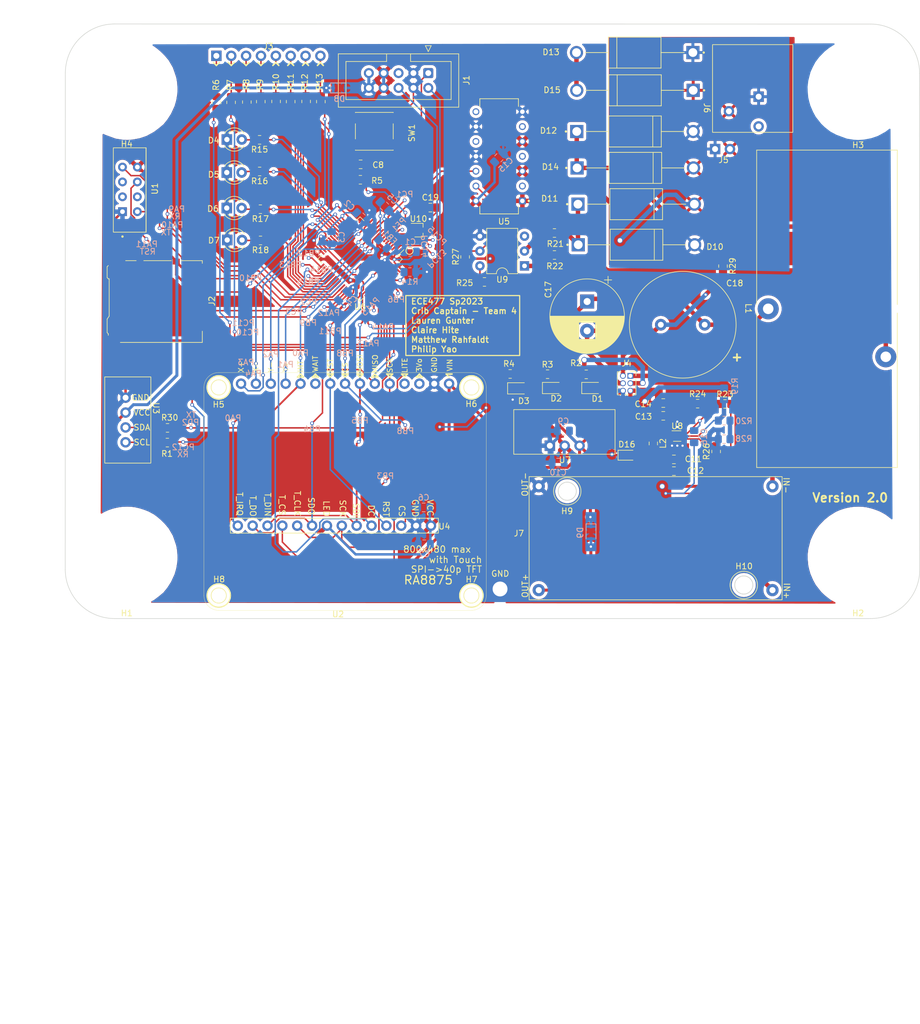
<source format=kicad_pcb>
(kicad_pcb (version 20211014) (generator pcbnew)
  (layers (0 "F.Cu" signal) (31 "B.Cu" signal) (34 "B.Paste" user) (35 "F.Paste" user) (36 "B.SilkS" user "B.Silkscreen") (37 "F.SilkS" user "F.Silkscreen") (38 "B.Mask" user) (39 "F.Mask" user) (44 "Edge.Cuts" user))
  (net 0 "")
  (net 1 "PA9")
  (net 2 "PB14")
  (net 3 "PB11")
  (net 4 "PB3")
  (net 5 "PB10")
  (net 6 "PB4")
  (net 7 "PB5")
  (net 8 "PB8")
  (net 9 "PB7")
  (net 10 "PA0")
  (net 11 "PA1")
  (net 12 "PA2")
  (net 13 "PA3")
  (net 14 "PA4")
  (net 15 "PA10")
  (net 16 "PC2")
  (net 17 "PC3")
  (net 18 "PC7")
  (net 19 "PC6")
  (net 20 "PC5")
  (net 21 "PC4")
  (net 22 "/NRST")
  (net 23 "PA5")
  (net 24 "Net-(D1-Pad2)")
  (net 25 "PA6")
  (net 26 "Net-(D2-Pad2)")
  (net 27 "PC10")
  (net 28 "PA7")
  (net 29 "Net-(D3-Pad2)")
  (net 30 "PA8")
  (net 31 "Net-(D4-Pad2)")
  (net 32 "Net-(R22-Pad1)")
  (net 33 "PC12")
  (net 34 "PC11")
  (net 35 "PC9")
  (net 36 "PC8")
  (net 37 "/PC13")
  (net 38 "/PC14")
  (net 39 "/PC15")
  (net 40 "/PF0")
  (net 41 "/PF1")
  (net 42 "/PC1")
  (net 43 "/3VA")
  (net 44 "/PB1")
  (net 45 "/PB2")
  (net 46 "/PB12")
  (net 47 "/PB13")
  (net 48 "/PB15")
  (net 49 "PA11")
  (net 50 "/PA12")
  (net 51 "/PA13")
  (net 52 "/PA14")
  (net 53 "/PA15")
  (net 54 "/PB6")
  (net 56 "Net-(R26-Pad2)")
  (net 57 "Net-(C16-Pad2)")
  (net 58 "+5V")
  (net 59 "PD2")
  (net 60 "Net-(R1-Pad1)")
  (net 61 "PB9")
  (net 62 "Net-(D6-Pad2)")
  (net 63 "PF11")
  (net 64 "VAC")
  (net 65 "VAC_GND")
  (net 69 "+3V3")
  (net 70 "DC_DES")
  (net 71 "Net-(R30-Pad2)")
  (net 72 "Net-(R21-Pad1)")
  (net 73 "Net-(R19-Pad2)")
  (net 74 "Net-(R27-Pad2)")
  (net 75 "PC0")
  (net 84 "Net-(D13-Pad2)")
  (net 85 "Net-(D10-Pad1)")
  (net 86 "Net-(D12-Pad1)")
  (net 87 "DC_MOD")
  (net 88 "DC_MOD_GND")
  (net 89 "Net-(J3-Pad1)")
  (net 90 "Net-(J3-Pad2)")
  (net 91 "Net-(J3-Pad3)")
  (net 92 "Net-(J3-Pad4)")
  (net 93 "Net-(J3-Pad5)")
  (net 94 "Net-(J3-Pad6)")
  (net 95 "Net-(J3-Pad7)")
  (net 96 "Net-(J3-Pad8)")
  (net 97 "+9V")
  (net 98 "Net-(D5-Pad2)")
  (net 99 "Net-(D7-Pad2)")
  (net 100 "/PB0")
  (net 102 "9_GND")
  (net 106 "GND")
  (net 108 "Net-(R20-Pad2)")
  (net 109 "Net-(R25-Pad2)")
  (net 110 "Net-(J7-Pad3)")
  (net 111 "Net-(C11-Pad1)")
  (net 112 "/U5V")
  (net 113 "Net-(L2-Pad1)")
  (footprint "imported_footprints:5-3.3_buck_converter" (layer "F.Cu") (at 157.2768 108.331)
    (fp_text reference "U7")
    (fp_text value "MEZD71201AF")
  )
  (footprint "imported_footprints:DIO_1N5822" (layer "F.Cu") (at 169.3672 47.6758 180)
    (fp_text reference "D15")
    (fp_text value "1N5822")
  )
  (footprint "Capacitor_THT:C_Radial_D18.0mm_H35.5mm_P7.50mm" (layer "F.Cu") (at 181.2798 87.7316 180)
    (fp_text reference "C18")
    (fp_text value "10m")
  )
  (footprint "Resistor_SMD:R_0805_2012Metric_Pad1.20x1.40mm_HandSolder" (layer "F.Cu") (at 105.3592 73.3298 180)
    (fp_text reference "R18")
    (fp_text value "150")
  )
  (footprint "imported_footprints:RFID_Reader_PCB" (layer "F.Cu") (at 82.296 104.013 -90)
    (fp_text reference "U3")
    (fp_text value "RFID_Scanner")
  )
  (footprint "Resistor_SMD:R_0805_2012Metric_Pad1.20x1.40mm_HandSolder" (layer "F.Cu") (at 100.33 49.7332 -90)
    (fp_text reference "R7")
    (fp_text value "1k")
  )
  (footprint "Capacitor_SMD:C_0805_2012Metric_Pad1.18x1.45mm_HandSolder" (layer "F.Cu") (at 176.02 110.744)
    (fp_text reference "C11")
    (fp_text value "22uF")
  )
  (footprint "Capacitor_SMD:C_0805_2012Metric_Pad1.18x1.45mm_HandSolder" (layer "F.Cu") (at 122.47 60.33 180)
    (fp_text reference "C8")
    (fp_text value ".1uF")
  )
  (footprint "Package_DIP:DIP-6_W7.62mm" (layer "F.Cu") (at 150.485 77.6836 180)
    (fp_text reference "U9")
    (fp_text value "4N28")
  )
  (footprint "LED_SMD:LED_0805_2012Metric_Pad1.15x1.40mm_HandSolder" (layer "F.Cu") (at 155.4062 98.552)
    (fp_text reference "D2")
    (fp_text value "LED_YELLOW")
  )
  (footprint "Resistor_SMD:R_0805_2012Metric_Pad1.20x1.40mm_HandSolder" (layer "F.Cu") (at 180.0766 101.219)
    (fp_text reference "R24")
    (fp_text value "30k")
  )
  (footprint "imported_footprints:DIO_1N5822" (layer "F.Cu") (at 169.6212 74.0664)
    (fp_text reference "D10")
    (fp_text value "1N5822")
  )
  (footprint "LED_THT:LED_D3.0mm" (layer "F.Cu") (at 99.6138 56.0832)
    (fp_text reference "D4")
    (fp_text value "LED")
  )
  (footprint "Resistor_SMD:R_0805_2012Metric_Pad1.20x1.40mm_HandSolder" (layer "F.Cu") (at 105.41 49.6062 -90)
    (fp_text reference "R9")
    (fp_text value "1k")
  )
  (footprint "Package_QFP:LQFP-64_10x10mm_P0.5mm" (layer "F.Cu") (at 122.368359 76.520621 -135)
    (fp_text reference "U6")
    (fp_text value "STM32F091RCTx")
  )
  (footprint "imported_footprints:MountingHole_2.2mm" (layer "F.Cu") (at 98.2472 133.985)
    (fp_text reference "H8")
    (fp_text value "MountingHole")
  )
  (footprint "Resistor_SMD:R_0805_2012Metric_Pad1.20x1.40mm_HandSolder" (layer "F.Cu") (at 108.0262 49.5808 -90)
    (fp_text reference "R10")
    (fp_text value "1k")
  )
  (footprint "Resistor_SMD:R_0805_2012Metric_Pad1.20x1.40mm_HandSolder" (layer "F.Cu") (at 97.8408 49.7586 -90)
    (fp_text reference "R6")
    (fp_text value "1k")
  )
  (footprint "Resistor_SMD:R_0805_2012Metric_Pad1.20x1.40mm_HandSolder" (layer "F.Cu") (at 110.5154 49.6062 -90)
    (fp_text reference "R11")
    (fp_text value "1k")
  )
  (footprint "imported_footprints:XCVR_ESP8266-01_ESP-01" (layer "F.Cu") (at 73.4568 64.6019 90)
    (fp_text reference "U1")
    (fp_text value "ESP8266")
  )
  (footprint "imported_footprints:PS_2_Wire" (layer "F.Cu") (at 184.3278 58.039)
    (fp_text reference "J5")
    (fp_text value "PS_WIRES")
  )
  (footprint "imported_footprints:DIO_1N5822" (layer "F.Cu") (at 169.362 54.7116)
    (fp_text reference "D12")
    (fp_text value "1N5822")
  )
  (footprint "LED_THT:LED_D3.0mm" (layer "F.Cu") (at 99.5934 61.722)
    (fp_text reference "D5")
    (fp_text value "LED")
  )
  (footprint "imported_footprints:MountingHole_8.4mm" (layer "F.Cu") (at 207.5 47.375)
    (fp_text reference "H3")
    (fp_text value "MountingHole")
  )
  (footprint "Resistor_SMD:R_0805_2012Metric_Pad1.20x1.40mm_HandSolder" (layer "F.Cu") (at 148.0312 96.139)
    (fp_text reference "R4")
    (fp_text value "2k")
  )
  (footprint "Resistor_SMD:R_0805_2012Metric_Pad1.20x1.40mm_HandSolder" (layer "F.Cu") (at 184.41 77.71 -90)
    (fp_text reference "R29")
    (fp_text value "0")
  )
  (footprint "Resistor_SMD:R_0805_2012Metric_Pad1.20x1.40mm_HandSolder" (layer "F.Cu") (at 103.0224 49.6824 -90)
    (fp_text reference "R8")
    (fp_text value "1k")
  )
  (footprint "Resistor_SMD:R_0805_2012Metric_Pad1.20x1.40mm_HandSolder" (layer "F.Cu") (at 105.2024 56.134 180)
    (fp_text reference "R15")
    (fp_text value "150")
  )
  (footprint "Connector_IDC:IDC-Header_2x05_P2.54mm_Vertical" (layer "F.Cu") (at 134.0358 44.7294 -90)
    (fp_text reference "J1")
    (fp_text value "Conn_02x05_Odd_Even")
  )
  (footprint "LED_SMD:LED_0805_2012Metric_Pad1.15x1.40mm_HandSolder" (layer "F.Cu") (at 149.4536 98.6028)
    (fp_text reference "D3")
    (fp_text value "LED_GREEN")
  )
  (footprint "Resistor_SMD:R_0805_2012Metric_Pad1.20x1.40mm_HandSolder" (layer "F.Cu") (at 143.637 80.4164 180)
    (fp_text reference "R25")
    (fp_text value ".33M")
  )
  (footprint "Inductor_SMD:L_0805_2012Metric_Pad1.15x1.40mm_HandSolder" (layer "F.Cu") (at 172.5 108.02 -90)
    (fp_text reference "L2")
    (fp_text value "2.2uH")
  )
  (footprint "Resistor_SMD:R_0805_2012Metric_Pad1.20x1.40mm_HandSolder" (layer "F.Cu") (at 154.4226 96.1898)
    (fp_text reference "R3")
    (fp_text value "10k")
  )
  (footprint "Resistor_SMD:R_0805_2012Metric_Pad1.20x1.40mm_HandSolder" (layer "F.Cu") (at 105.2118 61.5442 180)
    (fp_text reference "R16")
    (fp_text value "150")
  )
  (footprint "Capacitor_THT:CP_Radial_D12.5mm_P5.00mm" (layer "F.Cu") (at 161.1884 83.7692 -90)
    (fp_text reference "C17")
    (fp_text value "1m")
  )
  (footprint "imported_footprints:SN74HC14N" (layer "F.Cu") (at 146.1516 58.9534 180)
    (fp_text reference "U5")
    (fp_text value "74HC14")
  )
  (footprint "Capacitor_SMD:C_0805_2012Metric_Pad1.18x1.45mm_HandSolder" (layer "F.Cu") (at 174.2 103.3018)
    (fp_text reference "C13")
    (fp_text value "10uF")
  )
  (footprint "Capacitor_SMD:C_0805_2012Metric_Pad1.18x1.45mm_HandSolder" (layer "F.Cu") (at 174.2 101.1174)
    (fp_text reference "C14")
    (fp_text value "100nF")
  )
  (footprint "Resistor_SMD:R_0805_2012Metric_Pad1.20x1.40mm_HandSolder" (layer "F.Cu") (at 122.43 62.96)
    (fp_text reference "R5")
    (fp_text value "100K")
  )
  (footprint "Package_TO_SOT_SMD:SOT-563" (layer "F.Cu") (at 176.5808 106.7562)
    (fp_text reference "U8")
    (fp_text value "TPS56325x")
  )
  (footprint "Resistor_SMD:R_0805_2012Metric_Pad1.20x1.40mm_HandSolder" (layer "F.Cu") (at 140.33 76.15 90)
    (fp_text reference "R27")
    (fp_text value "10k")
  )
  (footprint "LED_THT:LED_D3.0mm" (layer "F.Cu") (at 99.6646 73.2536)
    (fp_text reference "D7")
    (fp_text value "LED")
  )
  (footprint "Resistor_SMD:R_0805_2012Metric_Pad1.20x1.40mm_HandSolder" (layer "F.Cu") (at 105.3338 67.9958 180)
    (fp_text reference "R17")
    (fp_text value "150")
  )
  (footprint "imported_footprints:MountingHole_2.2mm" (layer "F.Cu") (at 141.4272 98.4504)
    (fp_text reference "H6")
    (fp_text value "MountingHole")
  )
  (footprint "Connector_Card:microSD_HC_Hirose_DM3AT-SF-PEJM5" (layer "F.Cu") (at 87.5296 83.7646 -90)
    (fp_text reference "J2")
    (fp_text value "Micro_SD_Card_Det_Hirose_DM3AT")
  )
  (footprint "Resistor_SMD:R_0805_2012Metric_Pad1.20x1.40mm_HandSolder" (layer "F.Cu") (at 89.4334 107.8738)
    (fp_text reference "R1")
    (fp_text value "100")
  )
  (footprint "Resistor_SMD:R_0805_2012Metric_Pad1.20x1.40mm_HandSolder" (layer "F.Cu") (at 161.036 96.2152)
    (fp_text reference "R2")
    (fp_text value "100K")
  )
  (footprint "imported_footprints:MountingHole_8.4mm" (layer "F.Cu") (at 82.5 47.375)
    (fp_text reference "H4")
    (fp_text value "MountingHole")
  )
  (footprint "imported_footprints:tft_2.8in_touch_display" (layer "F.Cu") (at 117.983 122.0724 180)
    (fp_text reference "U4")
    (fp_text value "TFT_2.8IN_DISPLAY")
  )
  (footprint "Resistor_SMD:R_0805_2012Metric_Pad1.20x1.40mm_HandSolder" (layer "F.Cu") (at 115.6716 49.6062 -90)
    (fp_text reference "R13")
    (fp_text value "1k")
  )
  (footprint "imported_footprints:MountingHole_2.2mm" (layer "F.Cu") (at 141.4018 134.0104)
    (fp_text reference "H7")
    (fp_text value "MountingHole")
  )
  (footprint "LED_THT:LED_D3.0mm" (layer "F.Cu") (at 99.5884 67.7926)
    (fp_text reference "D6")
    (fp_text value "LED")
  )
  (footprint "Resistor_SMD:R_0805_2012Metric_Pad1.20x1.40mm_HandSolder" (layer "F.Cu") (at 184.7436 101.2698)
    (fp_text reference "R23")
    (fp_text value "220k")
  )
  (footprint "imported_footprints:DIO_1N5822" (layer "F.Cu") (at 169.5704 67.1322)
    (fp_text reference "D11")
    (fp_text value "1N5822")
  )
  (footprint "Resistor_SMD:R_0805_2012Metric_Pad1.20x1.40mm_HandSolder" (layer "F.Cu") (at 113.157 49.5808 -90)
    (fp_text reference "R12")
    (fp_text value "1k")
  )
  (footprint "Resistor_SMD:R_0805_2012Metric_Pad1.20x1.40mm_HandSolder" (layer "F.Cu") (at 89.4588 105.3592 180)
    (fp_text reference "R30")
    (fp_text value "10")
  )
  (footprint "Capacitor_SMD:C_0805_2012Metric_Pad1.18x1.45mm_HandSolder" (layer "F.Cu") (at 176.022 112.7506)
    (fp_text reference "C12")
    (fp_text value "100nF")
  )
  (footprint "Diode_SMD:D_SOD-323" (layer "F.Cu") (at 167.9702 110.0328)
    (fp_text reference "D16")
    (fp_text value "BAT60JFILM")
  )
  (footprint "Package_TO_SOT_SMD:SOT-323_SC-70" (layer "F.Cu") (at 132.4102 71.5772)
    (fp_text reference "U10")
    (fp_text value "MAX7375AXR805")
  )
  (footprint "imported_footprints:MountingHole_2.2mm" (layer "F.Cu") (at 157.7594 116.1288)
    (fp_text reference "H9")
    (fp_text value "MountingHole")
  )
  (footprint "imported_footprints:DIO_1N5822" (layer "F.Cu") (at 169.3164 41.2242 180)
    (fp_text reference "D13")
    (fp_text value "1N5822")
  )
  (footprint "imported_footprints:DIO_1N5822" (layer "F.Cu") (at 169.418 60.9346)
    (fp_text reference "D14")
    (fp_text value "1N5822")
  )
  (footprint "imported_footprints:7.5Vdc-5Vdc_buck_converter" (layer "F.Cu") (at 151.2662 134.7376)
    (fp_text reference "J7")
    (fp_text value "DC-DC Converter")
    (fp_circle (center 6.525 -18.55) (end 8.074 -18.55) (layer "Edge.Cuts") (width 0.12) (fill none))
    (fp_circle (center 36.7 -2.525) (end 38.249 -2.525) (layer "Edge.Cuts") (width 0.12) (fill none))
  )
  (footprint "imported_footprints:RA8875_TFT_Breakout" (layer "F.Cu") (at 118.618 96.9518 180)
    (fp_text reference "U2")
    (fp_text value "7in_display_controller")
  )
  (footprint "imported_footprints:irl_toroid_inductor" (layer "F.Cu") (at 189.3922 84.9588 -90)
    (fp_text reference "L1")
    (fp_text value "1m")
  )
  (footprint "Resistor_SMD:R_0805_2012Metric_Pad1.20x1.40mm_HandSolder" (layer "F.Cu") (at 155.6004 75.819 180)
    (fp_text reference "R22")
    (fp_text value "68")
  )
  (footprint "Connector_PinSocket_1.27mm:PinSocket_2x03_P1.27mm_Vertical" (layer "F.Cu") (at 168.5798 96.4692)
    (fp_text reference "J4")
    (fp_text value "DC-DC_JUMPER")
  )
  (footprint "LED_SMD:LED_0805_2012Metric_Pad1.15x1.40mm_HandSolder" (layer "F.Cu") (at 162.1282 98.552)
    (fp_text reference "D1")
    (fp_text value "LED_RED")
  )
  (footprint "Button_Switch_SMD:SW_SPST_PTS645" (layer "F.Cu") (at 124.8156 54.6862)
    (fp_text reference "SW1")
    (fp_text value "SW_Push")
  )
  (footprint "Resistor_SMD:R_0805_2012Metric_Pad1.20x1.40mm_HandSolder" (layer "F.Cu") (at 183.2356 109.3978 90)
    (fp_text reference "R26")
    (fp_text value "10k")
  )
  (footprint "imported_footprints:MountingHole_2.2mm" (layer "F.Cu") (at 98.2218 98.425)
    (fp_text reference "H5")
    (fp_text value "MountingHole")
  )
  (footprint "Resistor_SMD:R_0805_2012Metric_Pad1.20x1.40mm_HandSolder" (layer "F.Cu") (at 155.6004 72.0598)
    (fp_text reference "R21")
    (fp_text value "820")
  )
  (footprint "Capacitor_SMD:C_0805_2012Metric_Pad1.18x1.45mm_HandSolder" (layer "F.Cu") (at 134.3914 67.7164 180)
    (fp_text reference "C19")
    (fp_text value ".1uF")
  )
  (footprint "imported_footprints:barrel_jack_adapter" (layer "F.Cu") (at 185.42 51.30165 -90)
    (fp_text reference "J6")
    (fp_text value "PS_BJ")
  )
  (footprint "imported_footprints:MountingHole_2.2mm" (layer "F.Cu") (at 188.0108 132.2324)
    (fp_text reference "H10")
    (fp_text value "MountingHole")
  )
  (footprint "imported_footprints:MountingHole_8.4mm" (layer "F.Cu") (at 207.5 127.375)
    (fp_text reference "H2")
    (fp_text value "MountingHole")
  )
  (footprint "imported_footprints:4x4_keypad" (layer "F.Cu") (at 106.7054 41.783)
    (fp_text reference "J3")
    (fp_text value "4x4 Keypad")
  )
  (footprint "imported_footprints:MountingHole_8.4mm" (layer "F.Cu") (at 82.5 127.375)
    (fp_text reference "H1")
    (fp_text value "MountingHole")
  )
  (footprint "Capacitor_SMD:C_0805_2012Metric_Pad1.18x1.45mm_HandSolder" (layer "B.Cu") (at 122.520759 69.332421 -45)
    (fp_text reference "C2")
    (fp_text value ".1uF")
  )
  (footprint "Resistor_SMD:R_0805_2012Metric_Pad1.20x1.40mm_HandSolder" (layer "B.Cu") (at 126.2888 73.9394 135)
    (fp_text reference "FB1")
    (fp_text value "FerriteBead")
  )
  (footprint "Capacitor_SMD:C_0805_2012Metric_Pad1.18x1.45mm_HandSolder" (layer "B.Cu") (at 157.1244 105.8672)
    (fp_text reference "C9")
    (fp_text value "2.2uf")
  )
  (footprint "Diode_SMD:D_SOD-323" (layer "B.Cu") (at 118.8466 47.2694)
    (fp_text reference "D8")
    (fp_text value "BAT60JFILM")
  )
  (footprint "Capacitor_SMD:C_0805_2012Metric_Pad1.18x1.45mm_HandSolder" (layer "B.Cu") (at 179.4764 106.8578 90)
    (fp_text reference "C16")
    (fp_text value "33pF")
  )
  (footprint "Capacitor_SMD:C_0805_2012Metric_Pad1.18x1.45mm_HandSolder" (layer "B.Cu") (at 130.953559 75.276021 180)
    (fp_text reference "C1")
    (fp_text value ".1uF")
  )
  (footprint "Resistor_SMD:R_0805_2012Metric_Pad1.20x1.40mm_HandSolder" (layer "B.Cu") (at 184.6072 107.2896 180)
    (fp_text reference "R28")
    (fp_text value "300")
  )
  (footprint "Capacitor_SMD:C_0805_2012Metric_Pad1.18x1.45mm_HandSolder" (layer "B.Cu") (at 126.559359 67.478221 -45)
    (fp_text reference "C5")
    (fp_text value ".1uF")
  )
  (footprint "Capacitor_SMD:C_0805_2012Metric_Pad1.18x1.45mm_HandSolder" (layer "B.Cu") (at 133.2484 118.9482)
    (fp_text reference "C6")
    (fp_text value ".1uF")
  )
  (footprint "Resistor_SMD:R_0805_2012Metric_Pad1.20x1.40mm_HandSolder" (layer "B.Cu") (at 184.6072 104.1146)
    (fp_text reference "R20")
    (fp_text value "11k")
  )
  (footprint "Diode_SMD:D_SOD-323" (layer "B.Cu") (at 161.8488 123.2662 -90)
    (fp_text reference "D9")
    (fp_text value "BAT60JFILM")
  )
  (footprint "Capacitor_SMD:C_0805_2012Metric_Pad1.18x1.45mm_HandSolder" (layer "B.Cu") (at 133.35 125.2474)
    (fp_text reference "C7")
    (fp_text value "10uF")
  )
  (footprint "Capacitor_SMD:C_0805_2012Metric_Pad1.18x1.45mm_HandSolder" (layer "B.Cu") (at 117.516959 72.863021 -90)
    (fp_text reference "C3")
    (fp_text value ".1uF")
  )
  (footprint "Capacitor_SMD:C_0805_2012Metric_Pad1.18x1.45mm_HandSolder" (layer "B.Cu") (at 119.421959 82.845221 45)
    (fp_text reference "C4")
    (fp_text value ".1uF")
  )
  (footprint "Capacitor_SMD:C_0805_2012Metric_Pad1.18x1.45mm_HandSolder" (layer "B.Cu") (at 146.1008 59.2074 45)
    (fp_text reference "C15")
    (fp_text value ".1uF")
  )
  (footprint "Resistor_SMD:R_0805_2012Metric_Pad1.20x1.40mm_HandSolder" (layer "B.Cu") (at 184.5818 99.5426 -90)
    (fp_text reference "R19")
    (fp_text value "100k")
  )
  (footprint "Resistor_SMD:R_0805_2012Metric_Pad1.20x1.40mm_HandSolder" (layer "B.Cu") (at 130.886759 78.730421)
    (fp_text reference "R14")
    (fp_text value "100K" hide)
  )
  (footprint "Capacitor_SMD:C_0805_2012Metric_Pad1.18x1.45mm_HandSolder" (layer "B.Cu") (at 156.2354 111.3028)
    (fp_text reference "C10")
    (fp_text value "10uF")
  )
  (gr_circle (center 130.826559 75.098221) (end 130.826559 75.707821) (layer "F.SilkS") (width 0.15) (fill none))
  (gr_rect (start 130.2004 82.7532) (end 149.6568 92.9894) (layer "F.SilkS") (width 0.2) (fill none))
  (gr_line (start 209.67 137.94) (end 80.473451 137.94) (layer "Edge.Cuts") (width 0.1))
  (gr_arc (start 209.617374 36.352626) (mid 215.55 38.81) (end 218.007374 44.742626) (layer "Edge.Cuts") (width 0.1))
  (gr_line (start 218.007374 44.742626) (end 218.04 129.57) (layer "Edge.Cuts") (width 0.1))
  (gr_arc (start 80.473451 137.94) (mid 74.5 135.524212) (end 71.983473 129.592498) (layer "Edge.Cuts") (width 0.1))
  (gr_line (start 80.39 36.34) (end 209.617374 36.352626) (layer "Edge.Cuts") (width 0.1))
  (gr_arc (start 218.04 129.57) (mid 215.588484 135.488484) (end 209.67 137.94) (layer "Edge.Cuts") (width 0.1))
  (gr_arc (start 72 44.73) (mid 74.457374 38.797374) (end 80.39 36.34) (layer "Edge.Cuts") (width 0.1))
  (gr_line (start 71.983473 129.592498) (end 72 44.73) (layer "Edge.Cuts") (width 0.1))
  (gr_text "RX" (at 92.1004 109.8804) (layer "B.SilkS") (effects (font (size 1 1)) (justify mirror)))
  (gr_text "PA1" (at 109.6264 94.5388) (layer "B.SilkS") (effects (font (size 1 1)) (justify mirror)))
  (gr_text "PC2" (at 113.5634 83.7946) (layer "B.SilkS") (effects (font (size 1 1)) (justify mirror)))
  (gr_text "PC12" (at 92.1512 108.6612) (layer "B.SilkS") (effects (font (size 1 1)) (justify mirror)))
  (gr_text "PC11" (at 102.4128 87.4268) (layer "B.SilkS") (effects (font (size 1 1)) (justify mirror)))
  (gr_text "PC13" (at 135.4582 76.4032 -135) (layer "B.SilkS") (effects (font (size 1 1)) (justify mirror)))
  (gr_text "PB9" (at 113.5126 87.4014) (layer "B.SilkS") (effects (font (size 1 1)) (justify mirror)))
  (gr_text "PA12" (at 117.0432 85.6996) (layer "B.SilkS") (effects (font (size 1 1)) (justify mirror)))
  (gr_text "PC3" (at 111.0488 85.5472) (layer "B.SilkS") (effects (font (size 1 1)) (justify mirror)))
  (gr_text "PC1" (at 129.9972 65.4558) (layer "B.SilkS") (effects (font (size 1 1)) (justify mirror)))
  (gr_text "PA0" (at 100.6602 103.6828) (layer "B.SilkS") (effects (font (size 1 1)) (justify mirror)))
  (gr_text "TX" (at 93.4974 103.1494) (layer "B.SilkS") (effects (font (size 1 1)) (justify mirror)))
  (gr_text "PB12" (at 113.6142 75.5142) (layer "B.SilkS") (effects (font (size 1 1)) (justify mirror)))
  (gr_text "PA2" (at 107.1118 92.7608) (layer "B.SilkS") (effects (font (size 1 1)) (justify mirror)))
  (gr_text "PC10" (at 103.1494 89.027) (layer "B.SilkS") (effects (font (size 1 1)) (justify mirror)))
  (gr_text "RX" (at 90.7034 69.215) (layer "B.SilkS") (effects (font (size 1 1)) (justify mirror)))
  (gr_text "PB4" (at 114.173 105.5878) (layer "B.SilkS") (effects (font (size 1 1)) (justify mirror)))
  (gr_text "PC14" (at 133.4008 74.3204 90) (layer "B.SilkS") (effects (font (size 1 1)) (justify mirror)))
  (gr_text "PB8" (at 119.8118 92.6084) (layer "B.SilkS") (effects (font (size 1 1)) (justify mirror)))
  (gr_text "PB5" (at 122.3518 104.0892) (layer "B.SilkS") (effects (font (size 1 1)) (justify mirror)))
  (gr_text "PD2" (at 93.3958 104.4194) (layer "B.SilkS") (effects (font (size 1 1)) (justify mirror)))
  (gr_text "PA10" (at 90.2716 70.6628) (layer "B.SilkS") (effects (font (size 1 1)) (justify mirror)))
  (gr_text "TX" (at 89.2048 71.9582) (layer "B.SilkS") (effects (font (size 1 1)) (justify mirror)))
  (gr_text "PA15" (at 124.1552 84.6328 45) (layer "B.SilkS") (effects (font (size 1 1)) (justify mirror)))
  (gr_text "PB8" (at 130.1242 105.8926) (layer "B.SilkS") (effects (font (size 1 1)) (justify mirror)))
  (gr_text "PA9" (at 91.0336 67.9704) (layer "B.SilkS") (effects (font (size 1 1)) (justify mirror)))
  (gr_text "PA4" (at 104.14 96.0628) (layer "B.SilkS") (effects (font (size 1 1)) (justify mirror)))
  (gr_text "PF1" (at 129.032 70.6628 45) (layer "B.SilkS") (effects (font (size 1 1)) (justify mirror)))
  (gr_text "PB11" (at 117.2464 88.8238) (layer "B.SilkS") (effects (font (size 1 1)) (justify mirror)))
  (gr_text "PA13" (at 123.7996 90.9066) (layer "B.SilkS") (effects (font (size 1 1)) (justify mirror)))
  (gr_text "PA0" (at 112.1918 92.5576) (layer "B.SilkS") (effects (font (size 1 1)) (justify mirror)))
  (gr_text "PB14" (at 115.7478 78.3082) (layer "B.SilkS") (effects (font (size 1 1)) (justify mirror)))
  (gr_text "PB3" (at 126.6952 113.5888) (layer "B.SilkS") (effects (font (size 1 1)) (justify mirror)))
  (gr_text "PB10" (at 103.6574 79.756) (layer "B.SilkS") (effects (font (size 1 1)) (justify mirror)))
  (gr_text "PA11" (at 85.9028 73.9648) (layer "B.SilkS") (effects (font (size 1 1)) (justify mirror)))
  (gr_text "PC15" (at 135.5344 72.5678 -45) (layer "B.SilkS") (effects (font (size 1 1)) (justify mirror)))
  (gr_text "PB6" (at 128.5494 83.4136) (layer "B.SilkS") (effects (font (size 1 1)) (justify mirror)))
  (gr_text "PA14" (at 126.2888 88.0872) (layer "B.SilkS") (effects (font (size 1 1)) (justify mirror)))
  (gr_text "PB15" (at 113.5126 80.3656) (layer "B.SilkS") (effects (font (size 1 1)) (justify mirror)))
  (gr_text "PA3" (at 102.87 94.1578) (layer "B.SilkS") (effects (font (size 1 1)) (justify mirror)))
  (gr_text "RST" (at 86.0806 75.2348) (layer "B.SilkS") (effects (font (size 1 1)) (justify mirror)))
  (gr_text "PB13" (at 110.49 77.4954) (layer "B.SilkS") (effects (font (size 1 1)) (justify mirror)))
  (gr_text "+" (at 186.8008 93.218) (layer "F.SilkS") (effects (font (size 1.5 1.5) (thickness 0.3))))
  (gr_text "ECE477 Sp2023\nCrib Captain - Team 4 \nLauren Gunter\nClaire Hite\nMatthew Rahfaldt\nPhilip Yao" (at 130.9878 87.8332) (layer "F.SilkS") (effects (font (size 1.016 1.016) (thickness 0.1905)) (justify left)))
  (gr_text "Version 2.0" (at 206.1464 117.2972) (layer "F.SilkS") (effects (font (size 1.5 1.5) (thickness 0.3))))
  (gr_text "GND" (at 146.3294 130.2766) (layer "F.SilkS") (effects (font (size 1 1))))
  (segment (start 118.885858 81.063782) (end 117.39228 82.55736) (width 0.254) (layer "F.Cu") (net 1))
  (segment (start 89.4334 68.7832) (end 89.4588 68.8086) (width 0.254) (layer "F.Cu") (net 1))
  (segment (start 84.752707 62.255389) (end 83.230289 62.255389) (width 0.254) (layer "F.Cu") (net 1))
  (segment (start 99.329504 77.724) (end 96.789504 75.184) (width 0.254) (layer "F.Cu") (net 1))
  (segment (start 89.4334 70.4088) (end 89.4334 68.834) (width 0.254) (layer "F.Cu") (net 1))
  (segment (start 89.4334 66.936082) (end 84.752707 62.255389) (width 0.254) (layer "F.Cu") (net 1))
  (segment (start 105.4608 77.724) (end 99.329504 77.724) (width 0.254) (layer "F.Cu") (net 1))
  (segment (start 117.39228 82.55736) (end 110.29416 82.55736) (width 0.254) (layer "F.Cu") (net 1))
  (segment (start 96.789504 75.184) (end 94.234 75.184) (width 0.254) (layer "F.Cu") (net 1))
  (segment (start 89.4334 66.936082) (end 89.4334 68.7832) (width 0.254) (layer "F.Cu") (net 1))
  (segment (start 83.230289 62.255389) (end 81.7668 60.7919) (width 0.254) (layer "F.Cu") (net 1))
  (segment (start 94.2086 75.184) (end 89.4334 70.4088) (width 0.254) (layer "F.Cu") (net 1))
  (segment (start 110.29416 82.55736) (end 105.4608 77.724) (width 0.254) (layer "F.Cu") (net 1))
  (segment (start 89.4334 68.834) (end 89.4588 68.8086) (width 0.254) (layer "F.Cu") (net 1))
  (via (at 89.4588 68.8086) (size 0.635) (drill 0.381) (layers "F.Cu" "B.Cu") (net 1))
  (segment (start 115.617172 79.38272) (end 116.410984 78.588908) (width 0.254) (layer "F.Cu") (net 2))
  (segment (start 114.4798 79.38272) (end 115.617172 79.38272) (width 0.254) (layer "F.Cu") (net 2))
  (segment (start 113.37988 78.2828) (end 114.4798 79.38272) (width 0.254) (layer "F.Cu") (net 2))
  (via (at 113.37988 78.2828) (size 0.635) (drill 0.381) (layers "F.Cu" "B.Cu") (net 2))
  (segment (start 115.497489 121.535311) (end 115.497489 122.551311) (width 0.254) (layer "B.Cu") (net 2))
  (segment (start 107.9801 106.9801) (end 107.852089 107.108111) (width 0.3048) (layer "B.Cu") (net 2))
  (segment (start 111.506 126.5428) (end 109.2428 126.5428) (width 0.254) (layer "B.Cu") (net 2))
  (segment (start 107.877489 107.082711) (end 107.9801 106.9801) (width 0.25) (layer "B.Cu") (net 2))
  (segment (start 108.3564 106.6038) (end 107.9801 106.9801) (width 0.3048) (layer "B.Cu") (net 2))
  (segment (start 109.2428 126.5428) (end 107.877489 125.177489) (width 0.254) (layer "B.Cu") (net 2))
  (segment (start 116.175911 120.856889) (end 115.497489 121.535311) (width 0.254) (layer "B.Cu") (net 2))
  (segment (start 108.439651 106.545949) (end 108.4072 106.5784) (width 0.254) (layer "B.Cu") (net 2))
  (segment (start 123.117489 120.856889) (end 116.175911 120.856889) (width 0.254) (layer "B.Cu") (net 2))
  (segment (start 107.877489 125.177489) (end 107.877489 107.082711) (width 0.25) (layer "B.Cu") (net 2))
  (segment (start 115.497489 122.551311) (end 111.506 126.5428) (width 0.254) (layer "B.Cu") (net 2))
  (segment (start 112.8776 78.78508) (end 112.8776 80.8482) (width 0.254) (layer "B.Cu") (net 2))
  (segment (start 112.8776 80.8482) (end 108.439651 85.286149) (width 0.254) (layer "B.Cu") (net 2))
  (segment (start 108.439651 85.286149) (end 108.439651 106.545949) (width 0.254) (layer "B.Cu") (net 2))
  (segment (start 124.333 122.0724) (end 123.117489 120.856889) (width 0.254) (layer "B.Cu") (net 2))
  (segment (start 113.37988 78.2828) (end 112.8776 78.78508) (width 0.254) (layer "B.Cu") (net 2))
  (segment (start 117.275162 87.883988) (end 122.326492 82.832658) (width 0.254) (layer "F.Cu") (net 3))
  (segment (start 122.94 81.752226) (end 122.94 80.49) (width 0.254) (layer "F.Cu") (net 3))
  (segment (start 122.94 80.49) (end 121.631886 79.181886) (width 0.254) (layer "F.Cu") (net 3))
  (segment (start 122.326492 82.365734) (end 122.94 81.752226) (width 0.254) (layer "F.Cu") (net 3))
  (segment (start 121.631886 79.181886) (end 121.140536 79.181886) (width 0.254) (layer "F.Cu") (net 3))
  (segment (start 121.140536 79.181886) (end 116.410984 74.452334) (width 0.254) (layer "F.Cu") (net 3))
  (segment (start 122.326492 82.832658) (end 122.326492 82.365734) (width 0.254) (layer "F.Cu") (net 3))
  (via (at 117.275162 87.883988) (size 0.635) (drill 0.381) (layers "F.Cu" "B.Cu") (net 3))
  (segment (start 117.275162 112.474562) (end 126.873 122.0724) (width 0.254) (layer "B.Cu") (net 3))
  (segment (start 117.275162 97.810439) (end 117.275162 112.474562) (width 0.254) (layer "B.Cu") (net 3))
  (segment (start 117.275162 87.883988) (end 117.275162 97.810439) (width 0.254) (layer "B.Cu") (net 3))
  (segment (start 119.253 124.4346) (end 119.253 122.0724) (width 0.254) (layer "F.Cu") (net 4))
  (segment (start 119.253 122.0724) (end 119.253 122.6058) (width 0.254) (layer "F.Cu") (net 4))
  (segment (start 113.6396 124.079) (end 111.633 122.0724) (width 0.254) (layer "F.Cu") (net 4))
  (segment (start 124.7394 125.7554) (end 120.5738 125.7554) (width 0.254) (layer "F.Cu") (net 4))
  (segment (start 127.435162 97.810439) (end 127.435162 113.737838) (width 0.254) (layer "F.Cu") (net 4))
  (segment (start 119.253 122.6058) (end 117.7798 124.079) (width 0.254) (layer "F.Cu") (net 4))
  (segment (start 120.5738 125.7554) (end 119.253 124.4346) (width 0.254) (layer "F.Cu") (net 4))
  (segment (start 117.7798 124.079) (end 113.6396 124.079) (width 0.254) (layer "F.Cu") (net 4))
  (segment (start 125.603 121.623407) (end 125.603 124.8918) (width 0.254) (layer "F.Cu") (net 4))
  (segment (start 127.435162 82.648084) (end 127.435162 97.810439) (width 0.254) (layer "F.Cu") (net 4))
  (segment (start 125.603 124.8918) (end 124.7394 125.7554) (width 0.254) (layer "F.Cu") (net 4))
  (segment (start 125.603 121.623407) (end 125.603 115.57) (width 0.254) (layer "F.Cu") (net 4))
  (segment (start 125.603 115.57) (end 126.6952 114.4778) (width 0.254) (layer "F.Cu") (net 4))
  (segment (start 127.435162 113.737838) (end 126.6952 114.4778) (width 0.254) (layer "F.Cu") (net 4))
  (segment (start 125.85086 81.063782) (end 127.435162 82.648084) (width 0.254) (layer "F.Cu") (net 4))
  (via (at 126.6952 114.4778) (size 0.635) (drill 0.381) (layers "F.Cu" "B.Cu") (net 4))
  (segment (start 116.509833 72.795699) (end 116.168563 73.136969) (width 0.254) (layer "F.Cu") (net 5))
  (segment (start 116.168563 73.136969) (end 116.168563 73.502805) (width 0.254) (layer "F.Cu") (net 5))
  (segment (start 114.837168 70.5612) (end 115.597284 71.321316) (width 0.254) (layer "F.Cu") (net 5))
  (segment (start 114.2492 70.5612) (end 114.837168 70.5612) (width 0.254) (layer "F.Cu") (net 5))
  (segment (start 102.1628 82.1396) (end 95.2546 82.1396) (width 0.254) (layer "F.Cu") (net 5))
  (segment (start 116.168563 73.502805) (end 116.764538 74.09878) (width 0.254) (layer "F.Cu") (net 5))
  (segment (start 116.509833 72.233866) (end 116.509833 72.795699) (width 0.254) (layer "F.Cu") (net 5))
  (segment (start 115.597284 71.321316) (end 116.509833 72.233866) (width 0.254) (layer "F.Cu") (net 5))
  (segment (start 103.6066 80.6958) (end 102.1628 82.1396) (width 0.254) (layer "F.Cu") (net 5))
  (via (at 114.2492 70.5612) (size 0.635) (drill 0.381) (layers "F.Cu" "B.Cu") (net 5))
  (via (at 103.6066 80.6958) (size 0.635) (drill 0.381) (layers "F.Cu" "B.Cu") (net 5))
  (segment (start 103.6066 80.5942) (end 103.6066 80.6958) (width 0.254) (layer "B.Cu") (net 5))
  (segment (start 114.2492 70.5612) (end 113.6396 70.5612) (width 0.254) (layer "B.Cu") (net 5))
  (segment (start 113.6396 70.5612) (end 103.6066 80.5942) (width 0.254) (layer "B.Cu") (net 5))
  (segment (start 104.013 122.0724) (end 105.228511 123.287911) (width 0.254) (layer "F.Cu") (net 6))
  (segment (start 115.950673 102.794127) (end 114.173 104.5718) (width 0.254) (layer "F.Cu") (net 6))
  (segment (start 128.143 92.798562) (end 128.143 82.648816) (width 0.254) (layer "F.Cu") (net 6))
  (segment (start 128.143 82.648816) (end 126.204413 80.710229) (width 0.254) (layer "F.Cu") (net 6))
  (segment (start 122.487123 95.4024) (end 116.5606 95.4024) (width 0.254) (layer "F.Cu") (net 6))
  (segment (start 115.950673 96.012327) (end 115.950673 102.794127) (width 0.254) (layer "F.Cu") (net 6))
  (segment (start 128.079162 92.8624) (end 128.143 92.798562) (width 0.254) (layer "F.Cu") (net 6))
  (segment (start 107.877489 121.568918) (end 108.644007 120.8024) (width 0.254) (layer "F.Cu") (net 6))
  (segment (start 107.877489 122.805311) (end 107.877489 121.568918) (width 0.254) (layer "F.Cu") (net 6))
  (segment (start 116.5606 95.4024) (end 115.950673 96.012327) (width 0.254) (layer "F.Cu") (net 6))
  (segment (start 108.644007 120.8024) (end 112.903 120.8024) (width 0.254) (layer "F.Cu") (net 6))
  (segment (start 107.394889 123.287911) (end 107.877489 122.805311) (width 0.254) (layer "F.Cu") (net 6))
  (segment (start 112.903 120.8024) (end 114.173 122.0724) (width 0.254) (layer "F.Cu") (net 6))
  (segment (start 105.228511 123.287911) (end 107.394889 123.287911) (width 0.254) (layer "F.Cu") (net 6))
  (segment (start 124.895162 97.810439) (end 122.487123 95.4024) (width 0.254) (layer "F.Cu") (net 6))
  (via (at 114.173 104.5718) (size 0.635) (drill 0.381) (layers "F.Cu" "B.Cu") (net 6))
  (via (at 128.079162 92.8624) (size 0.635) (drill 0.381) (layers "F.Cu" "B.Cu") (net 6))
  (segment (start 128.079162 92.8624) (end 128.079162 92.951638) (width 0.254) (layer "B.Cu") (net 6))
  (segment (start 114.173 104.5718) (end 114.173 122.0724) (width 0.254) (layer "B.Cu") (net 6))
  (segment (start 128.079162 92.951638) (end 124.895162 96.135638) (width 0.254) (layer "B.Cu") (net 6))
  (segment (start 124.895162 96.135638) (end 124.895162 97.810439) (width 0.254) (layer "B.Cu") (net 6))
  (segment (start 122.780012 87.303388) (end 122.780012 82.553588) (width 0.254) (layer "F.Cu") (net 7))
  (segment (start 122.780012 82.553588) (end 125.572899 79.760701) (width 0.254) (layer "F.Cu") (net 7))
  (segment (start 122.1486 107.7468) (end 121.793 108.1024) (width 0.3048) (layer "F.Cu") (net 7))
  (segment (start 120.0658 120.3452) (end 108.2802 120.3452) (width 0.254) (layer "F.Cu") (net 7))
  (segment (start 122.380562 103.095238) (end 122.4026 103.0732) (width 0.3048) (layer "F.Cu") (net 7))
  (segment (start 121.793 122.0724) (end 120.0658 120.3452) (width 0.254) (layer "F.Cu") (net 7))
  (segment (start 122.355162 103.095238) (end 122.380562 103.095238) (width 0.3048) (layer "F.Cu") (net 7))
  (segment (start 125.572899 79.760701) (end 125.961993 79.760701) (width 0.254) (layer "F.Cu") (net 7))
  (segment (start 125.961993 79.760701) (end 126.557967 80.356675) (width 0.254) (layer "F.Cu") (net 7))
  (segment (start 122.355162 103.095238) (end 122.355162 97.810439) (width 0.3048) (layer "F.Cu") (net 7))
  (segment (start 121.793 108.1024) (end 121.793 122.0724) (width 0.3048) (layer "F.Cu") (net 7))
  (segment (start 122.3264 87.757) (end 122.780012 87.303388) (width 0.254) (layer "F.Cu") (net 7))
  (segment (start 108.2802 120.3452) (end 106.553 122.0724) (width 0.254) (layer "F.Cu") (net 7))
  (via (at 122.3264 87.757) (size 0.635) (drill 0.381) (layers "F.Cu" "B.Cu") (net 7))
  (via (at 122.4026 103.0732) (size 0.635) (drill 0.381) (layers "F.Cu" "B.Cu") (net 7))
  (via (at 122.1486 107.7468) (size 0.635) (drill 0.381) (layers "F.Cu" "B.Cu") (net 7))
  (segment (start 122.3264 87.757) (end 122.355162 87.785762) (width 0.254) (layer "B.Cu") (net 7))
  (segment (start 122.355162 87.785762) (end 122.355162 97.810439) (width 0.254) (layer "B.Cu") (net 7))
  (segment (start 122.1486 107.7468) (end 122.4026 107.4928) (width 0.3048) (layer "B.Cu") (net 7))
  (segment (start 122.4026 107.4928) (end 122.4026 103.0732) (width 0.3048) (layer "B.Cu") (net 7))
  (segment (start 130.1242 121.3612) (end 129.413 122.0724) (width 0.254) (layer "F.Cu") (net 8))
  (segment (start 124.5866 79.35) (end 125.6538 78.2828) (width 0.254) (layer "F.Cu") (net 8))
  (segment (start 127.312518 78.2828) (end 127.97218 78.942462) (width 0.254) (layer "F.Cu") (net 8))
  (segment (start 130.0988 104.8766) (end 130.1242 104.902) (width 0.254) (layer "F.Cu") (net 8))
  (segment (start 130.1242 104.902) (end 130.1242 121.3612) (width 0.254) (layer "F.Cu") (net 8))
  (segment (start 124.58 79.35) (end 124.5866 79.35) (width 0.254) (layer "F.Cu") (net 8))
  (segment (start 125.6538 78.2828) (end 127.312518 78.2828) (width 0.254) (layer "F.Cu") (net 8))
  (via (at 124.58 79.35) (size 0.635) (drill 0.381) (layers "F.Cu" "B.Cu") (net 8))
  (via (at 119.8118 93.4974) (size 0.635) (drill 0.381) (layers "F.Cu" "B.Cu") (net 8))
  (via (at 130.0988 104.8766) (size 0.635) (drill 0.381) (layers "F.Cu" "B.Cu") (net 8))
  (segment (start 119.815162 97.844162) (end 119.815162 97.810439) (width 0.254) (layer "B.Cu") (net 8))
  (segment (start 122.600706 81.329294) (end 122.600706 84.942694) (width 0.254) (layer "B.Cu") (net 8))
  (segment (start 119.815162 93.500762) (end 119.8118 93.4974) (width 0.254) (layer "B.Cu") (net 8))
  (segment (start 130.0988 104.8766) (end 129.2352 104.013) (width 0.254) (layer "B.Cu") (net 8))
  (segment (start 119.8118 87.7316) (end 119.8118 93.4974) (width 0.254) (layer "B.Cu") (net 8))
  (segment (start 124.58 79.35) (end 122.600706 81.329294) (width 0.254) (layer "B.Cu") (net 8))
  (segment (start 119.815162 97.810439) (end 119.815162 93.500762) (width 0.254) (layer "B.Cu") (net 8))
  (segment (start 129.2352 104.013) (end 125.984 104.013) (width 0.254) (layer "B.Cu") (net 8))
  (segment (start 122.600706 84.942694) (end 119.8118 87.7316) (width 0.254) (layer "B.Cu") (net 8))
  (segment (start 125.984 104.013) (end 119.815162 97.844162) (width 0.254) (layer "B.Cu") (net 8))
  (segment (start 128.759651 97.306957) (end 128.759651 102.405749) (width 0.254) (layer "F.Cu") (net 9))
  (segment (start 127.265073 79.649569) (end 129.7432 82.127696) (width 0.254) (layer "F.Cu") (net 9))
  (segment (start 129.7432 96.323408) (end 128.759651 97.306957) (width 0.254) (layer "F.Cu") (net 9))
  (segment (start 128.197489 127.910711) (end 127.2032 128.905) (width 0.254) (layer "F.Cu") (net 9))
  (segment (start 113.1316 128.905) (end 109.093 124.8664) (width 0.254) (layer "F.Cu") (net 9))
  (segment (start 128.759651 102.405749) (end 128.197489 102.967911) (width 0.254) (layer "F.Cu") (net 9))
  (segment (start 127.2032 128.905) (end 113.1316 128.905) (width 0.254) (layer "F.Cu") (net 9))
  (segment (start 129.7432 82.127696) (end 129.7432 96.323408) (width 0.254) (layer "F.Cu") (net 9))
  (segment (start 128.197489 102.967911) (end 128.197489 127.910711) (width 0.254) (layer "F.Cu") (net 9))
  (segment (start 109.093 124.8664) (end 109.093 122.0724) (width 0.254) (layer "F.Cu") (net 9))
  (segment (start 124.436646 70.563246) (end 123.5964 71.403492) (width 0.254) (layer "F.Cu") (net 10))
  (segment (start 100.6856 104.5718) (end 101.3714 103.886) (width 0.3048) (layer "F.Cu") (net 10))
  (segment (start 123.5964 73.313056) (end 122.65806 74.251396) (width 0.254) (layer "F.Cu") (net 10))
  (segment (start 123.5964 71.403492) (end 123.5964 73.0758) (width 0.254) (layer "F.Cu") (net 10))
  (segment (start 106.119601 103.886) (end 112.195162 97.810439) (width 0.3048) (layer "F.Cu") (net 10))
  (segment (start 101.3714 103.886) (end 106.119601 103.886) (width 0.3048) (layer "F.Cu") (net 10))
  (segment (start 123.5964 73.0758) (end 123.5964 73.313056) (width 0.254) (layer "F.Cu") (net 10))
  (via (at 122.65806 74.251396) (size 0.635) (drill 0.381) (layers "F.Cu" "B.Cu") (net 10))
  (via (at 100.6856 104.5718) (size 0.635) (drill 0.381) (layers "F.Cu" "B.Cu") (net 10))
  (via (at 112.1918 93.4212) (size 0.635) (drill 0.381) (layers "F.Cu" "B.Cu") (net 10))
  (segment (start 112.195162 97.810439) (end 112.195162 93.424562) (width 0.254) (layer "B.Cu") (net 10))
  (segment (start 112.195162 93.424562) (end 112.1918 93.4212) (width 0.254) (layer "B.Cu") (net 10))
  (segment (start 112.195162 84.629438) (end 112.195162 93.417838) (width 0.254) (layer "B.Cu") (net 10))
  (segment (start 122.573204 74.251396) (end 112.195162 84.629438) (width 0.254) (layer "B.Cu") (net 10))
  (segment (start 122.65806 74.251396) (end 122.573204 74.251396) (width 0.254) (layer "B.Cu") (net 10))
  (segment (start 112.195162 93.417838) (end 112.1918 93.4212) (width 0.254) (layer "B.Cu") (net 10))
  (segment (start 100.6856 104.5718) (end 100.6856 121.285) (width 0.3048) (layer "B.Cu") (net 10))
  (segment (start 100.6856 121.285) (end 101.473 122.0724) (width 0.3048) (layer "B.Cu") (net 10))
  (segment (start 123.11029 71.182496) (end 124.083093 70.209693) (width 0.254) (layer "F.Cu") (net 11))
  (segment (start 123.11029 72.620269) (end 123.11029 71.182496) (width 0.254) (layer "F.Cu") (net 11))
  (segment (start 122.095959 73.6346) (end 123.11029 72.620269) (width 0.254) (layer "F.Cu") (net 11))
  (via (at 109.6518 95.3516) (size 0.635) (drill 0.381) (layers "F.Cu" "B.Cu") (net 11))
  (via (at 122.095959 73.6346) (size 0.635) (drill 0.381) (layers "F.Cu" "B.Cu") (net 11))
  (segment (start 109.655162 95.354962) (end 109.6518 95.3516) (width 0.254) (layer "B.Cu") (net 11))
  (segment (start 109.655162 97.810439) (end 109.655162 95.354962) (width 0.254) (layer "B.Cu") (net 11))
  (segment (start 109.655162 86.128038) (end 109.655162 95.348238) (width 0.254) (layer "B.Cu") (net 11))
  (segment (start 122.095959 73.687241) (end 109.655162 86.128038) (width 0.254) (layer "B.Cu") (net 11))
  (segment (start 109.655162 95.348238) (end 109.6518 95.3516) (width 0.254) (layer "B.Cu") (net 11))
  (segment (start 122.095959 73.6346) (end 122.095959 73.687241) (width 0.254) (layer "B.Cu") (net 11))
  (segment (start 122.65677 70.92891) (end 122.65677 71.52623) (width 0.254) (layer "F.Cu") (net 12))
  (segment (start 122.65677 71.52623) (end 122.65677 71.676789) (width 0.254) (layer "F.Cu") (net 12))
  (segment (start 122.65677 71.676789) (end 122.095959 72.2376) (width 0.254) (layer "F.Cu") (net 12))
  (segment (start 123.72954 69.85614) (end 122.65677 70.92891) (width 0.254) (layer "F.Cu") (net 12))
  (via (at 107.1118 93.5736) (size 0.635) (drill 0.381) (layers "F.Cu" "B.Cu") (net 12))
  (via (at 122.095959 72.2376) (size 0.635) (drill 0.381) (layers "F.Cu" "B.Cu") (net 12))
  (segment (start 112.764459 74.814541) (end 107.115162 80.463838) (width 0.254) (layer "B.Cu") (net 12))
  (segment (start 121.778126 72.2376) (end 119.201185 74.814541) (width 0.254) (layer "B.Cu") (net 12))
  (segment (start 107.115162 93.576962) (end 107.1118 93.5736) (width 0.254) (layer "B.Cu") (net 12))
  (segment (start 107.115162 93.570238) (end 107.1118 93.5736) (width 0.254) (layer "B.Cu") (net 12))
  (segment (start 107.115162 80.463838) (end 107.115162 93.570238) (width 0.254) (layer "B.Cu") (net 12))
  (segment (start 119.201185 74.814541) (end 112.764459 74.814541) (width 0.254) (layer "B.Cu") (net 12))
  (segment (start 107.115162 97.810439) (end 107.115162 93.576962) (width 0.254) (layer "B.Cu") (net 12))
  (segment (start 122.095959 72.2376) (end 121.778126 72.2376) (width 0.254) (layer "B.Cu") (net 12))
  (segment (start 120.98634 69.85614) (end 118.4148 67.2846) (width 0.254) (layer "F.Cu") (net 13))
  (segment (start 121.007178 69.85614) (end 120.973974 69.85614) (width 0.254) (layer "F.Cu") (net 13))
  (segment (start 121.007178 69.85614) (end 120.98634 69.85614) (width 0.254) (layer "F.Cu") (net 13))
  (via (at 104.5718 94.361) (size 0.635) (drill 0.381) (layers "F.Cu" "B.Cu") (net 13))
  (via (at 118.4148 67.2846) (size 0.635) (drill 0.381) (layers "F.Cu" "B.Cu") (net 13))
  (segment (start 115.380983 70.467697) (end 115.358703 70.467697) (width 0.254) (layer "B.Cu") (net 13))
  (segment (start 118.4148 67.43388) (end 115.380983 70.467697) (width 0.254) (layer "B.Cu") (net 13))
  (segment (start 104.575162 94.364362) (end 104.5718 94.361) (width 0.254) (layer "B.Cu") (net 13))
  (segment (start 104.575162 81.251238) (end 104.575162 94.357638) (width 0.254) (layer "B.Cu") (net 13))
  (segment (start 115.358703 70.467697) (end 104.575162 81.251238) (width 0.254) (layer "B.Cu") (net 13))
  (segment (start 118.4148 67.2846) (end 118.4148 67.43388) (width 0.254) (layer "B.Cu") (net 13))
  (segment (start 104.575162 94.357638) (end 104.5718 94.361) (width 0.254) (layer "B.Cu") (net 13))
  (segment (start 104.575162 97.810439) (end 104.575162 94.364362) (width 0.254) (layer "B.Cu") (net 13))
  (segment (start 118.126783 69.097065) (end 118.126783 68.893417) (width 0.254) (layer "F.Cu") (net 14))
  (segment (start 119.946518 70.9168) (end 118.126783 69.097065) (width 0.254) (layer "F.Cu") (net 14))
  (via (at 118.126783 68.893417) (size 0.635) (drill 0.381) (layers "F.Cu" "B.Cu") (net 14))
  (via (at 105.791 96.3422) (size 0.635) (drill 0.381) (layers "F.Cu" "B.Cu") (net 14))
  (segment (start 105.791 96.3422) (end 105.790673 96.341873) (width 0.254) (layer "B.Cu") (net 14))
  (segment (start 105.790673 96.341873) (end 105.790673 81.036219) (width 0.254) (layer "B.Cu") (net 14))
  (segment (start 105.21545 99.02595) (end 103.250673 99.02595) (width 0.254) (layer "B.Cu") (net 14))
  (segment (start 105.791 96.3422) (end 105.8164 96.3676) (width 0.254) (layer "B.Cu") (net 14))
  (segment (start 117.933475 68.893417) (end 118.126783 68.893417) (width 0.254) (layer "B.Cu") (net 14))
  (segment (start 103.250673 99.02595) (end 102.035162 97.810439) (width 0.254) (layer "B.Cu") (net 14))
  (segment (start 105.8164 96.3676) (end 105.8164 98.425) (width 0.254) (layer "B.Cu") (net 14))
  (segment (start 105.8164 98.425) (end 105.21545 99.02595) (width 0.254) (layer "B.Cu") (net 14))
  (segment (start 105.790673 81.036219) (end 117.933475 68.893417) (width 0.254) (layer "B.Cu") (net 14))
  (segment (start 99.490524 78.526394) (end 96.83393 75.8698) (width 0.254) (layer "F.Cu") (net 15))
  (segment (start 96.83393 75.8698) (end 94.0054 75.8698) (width 0.254) (layer "F.Cu") (net 15))
  (segment (start 119.239411 81.417335) (end 117.645866 83.01088) (width 0.254) (layer "F.Cu") (net 15))
  (segment (start 105.043994 78.526394) (end 99.490524 78.526394) (width 0.254) (layer "F.Cu") (net 15))
  (segment (start 94.0054 75.8698) (end 89.3826 71.247) (width 0.254) (layer "F.Cu") (net 15))
  (segment (start 109.52848 83.01088) (end 105.043994 78.526394) (width 0.254) (layer "F.Cu") (net 15))
  (segment (start 117.645866 83.01088) (end 109.52848 83.01088) (width 0.254) (layer "F.Cu") (net 15))
  (segment (start 89.3826 71.247) (end 88.1126 71.247) (width 0.254) (layer "F.Cu") (net 15))
  (segment (start 86.5475 68.4119) (end 84.3068 68.4119) (width 0.254) (layer "F.Cu") (net 15))
  (segment (start 86.5475 68.4119) (end 88.1126 69.977) (width 0.254) (layer "F.Cu") (net 15))
  (segment (start 88.1126 69.977) (end 88.1126 71.247) (width 0.254) (layer "F.Cu") (net 15))
  (via (at 88.1126 71.247) (size 0.635) (drill 0.381) (layers "F.Cu" "B.Cu") (net 15))
  (segment (start 95.3366 79.8576) (end 95.2546 79.9396) (width 0.254) (layer "F.Cu") (net 16))
  (segment (start 124.50344 73.66736) (end 124.50344 74.694457) (width 0.254) (layer "F.Cu") (net 16))
  (segment (start 104.0638 79.8576) (end 95.3366 79.8576) (width 0.254) (layer "F.Cu") (net 16))
  (segment (start 124.50344 74.694457) (end 124.005076 75.192821) (width 0.254) (layer "F.Cu") (net 16))
  (segment (start 124.50344 73.32488) (end 124.50344 73.66736) (width 0.254) (layer "F.Cu") (net 16))
  (segment (start 125.85086 71.97746) (end 124.50344 73.32488) (width 0.254) (layer "F.Cu") (net 16))
  (segment (start 114.3508 84.6836) (end 108.8898 84.6836) (width 0.254) (layer "F.Cu") (net 16))
  (segment (start 108.8898 84.6836) (end 104.0638 79.8576) (width 0.254) (layer "F.Cu") (net 16))
  (via (at 114.3508 84.6836) (size 0.635) (drill 0.381) (layers "F.Cu" "B.Cu") (net 16))
  (via (at 124.005076 75.192821) (size 0.635) (drill 0.381) (layers "F.Cu" "B.Cu") (net 16))
  (segment (start 124.005076 75.192821) (end 123.841579 75.192821) (width 0.254) (layer "B.Cu") (net 16))
  (segment (start 123.841579 75.192821) (end 114.3508 84.6836) (width 0.254) (layer "B.Cu") (net 16))
  (segment (start 96.1086 84.3396) (end 95.2546 84.3396) (width 0.254) (layer "F.Cu") (net 17))
  (segment (start 123.248142 74.841478) (end 124.04992 74.0397) (width 0.254) (layer "F.Cu") (net 17))
  (segment (start 112.839162 85.3276) (end 97.0966 85.3276) (width 0.254) (layer "F.Cu") (net 17))
  (segment (start 97.0966 85.3276) (end 96.1086 84.3396) (width 0.254) (layer "F.Cu") (net 17))
  (segment (start 124.04992 74.0397) (end 124.04992 73.071294) (width 0.254) (layer "F.Cu") (net 17))
  (segment (start 124.04992 73.071294) (end 125.497307 71.623907) (width 0.254) (layer "F.Cu") (net 17))
  (via (at 123.248142 74.841478) (size 0.635) (drill 0.381) (layers "F.Cu" "B.Cu") (net 17))
  (via (at 112.839162 85.3276) (size 0.635) (drill 0.381) (layers "F.Cu" "B.Cu") (net 17))
  (segment (start 112.839162 85.250458) (end 123.248142 74.841478) (width 0.254) (layer "B.Cu") (net 17))
  (segment (start 112.839162 85.3276) (end 112.839162 85.250458) (width 0.254) (layer "B.Cu") (net 17))
  (segment (start 117.471645 79.649569) (end 116.377934 80.74328) (width 0.254) (layer "F.Cu") (net 18))
  (segment (start 109.882894 51.53272) (end 108.97812 51.53272) (width 0.254) (layer "F.Cu") (net 18))
  (segment (start 108.97812 51.53272) (end 108.0262 50.5808) (width 0.254) (layer "F.Cu") (net 18))
  (segment (start 113.191828 80.74328) (end 111.36796 78.919412) (width 0.254) (layer "F.Cu") (net 18))
  (segment (start 111.36796 78.919412) (end 111.36796 74.528362) (width 0.254) (layer "F.Cu") (net 18))
  (segment (start 112.23156 53.881386) (end 109.882894 51.53272) (width 0.254) (layer "F.Cu") (net 18))
  (segment (start 116.377934 80.74328) (end 113.191828 80.74328) (width 0.254) (layer "F.Cu") (net 18))
  (segment (start 112.23156 73.664762) (end 112.23156 53.881386) (width 0.254) (layer "F.Cu") (net 18))
  (segment (start 111.36796 74.528362) (end 112.23156 73.664762) (width 0.254) (layer "F.Cu") (net 18))
  (segment (start 112.68508 73.852616) (end 111.82148 74.716216) (width 0.254) (layer "F.Cu") (net 19))
  (segment (start 111.82148 78.731558) (end 113.379682 80.28976) (width 0.254) (layer "F.Cu") (net 19))
  (segment (start 110.708974 50.6062) (end 112.68508 52.582306) (width 0.254) (layer "F.Cu") (net 19))
  (segment (start 113.379682 80.28976) (end 116.124346 80.28976) (width 0.254) (layer "F.Cu") (net 19))
  (segment (start 110.5154 50.6062) (end 110.708974 50.6062) (width 0.254) (layer "F.Cu") (net 19))
  (segment (start 112.68508 52.582306) (end 112.68508 73.852616) (width 0.254) (layer "F.Cu") (net 19))
  (segment (start 116.124346 80.28976) (end 117.118091 79.296015) (width 0.254) (layer "F.Cu") (net 19))
  (segment (start 111.82148 74.716216) (end 111.82148 78.731558) (width 0.254) (layer "F.Cu") (net 19))
  (segment (start 115.317878 69.823694) (end 118.178751 72.684567) (width 0.254) (layer "F.Cu") (net 20))
  (segment (start 117.024903 55.1434) (end 117.024903 54.448703) (width 0.254) (layer "F.Cu") (net 20))
  (segment (start 117.024903 54.448703) (end 113.157 50.5808) (width 0.254) (layer "F.Cu") (net 20))
  (segment (start 115.114232 69.823694) (end 115.317878 69.823694) (width 0.254) (layer "F.Cu") (net 20))
  (via (at 115.114232 69.823694) (size 0.635) (drill 0.381) (layers "F.Cu" "B.Cu") (net 20))
  (via (at 117.024903 55.1434) (size 0.635) (drill 0.381) (layers "F.Cu" "B.Cu") (net 20))
  (segment (start 117.024903 55.1434) (end 117.024903 67.913023) (width 0.254) (layer "B.Cu") (net 20))
  (segment (start 117.024903 67.913023) (end 115.114232 69.823694) (width 0.254) (layer "B.Cu") (net 20))
  (segment (start 116.332 51.2666) (end 115.6716 50.6062) (width 0.254) (layer "F.Cu") (net 21))
  (segment (start 116.332 52.6034) (end 116.332 51.2666) (width 0.254) (layer "F.Cu") (net 21))
  (segment (start 114.213864 69.179675) (end 115.380967 69.179675) (width 0.254) (layer "F.Cu") (net 21))
  (segment (start 114.198389 69.1642) (end 114.213864 69.179675) (width 0.254) (layer "F.Cu") (net 21))
  (segment (start 115.380967 69.179675) (end 118.532305 72.331013) (width 0.254) (layer "F.Cu") (net 21))
  (via (at 114.198389 69.1642) (size 0.635) (drill 0.381) (layers "F.Cu" "B.Cu") (net 21))
  (via (at 116.332 52.6034) (size 0.635) (drill 0.381) (layers "F.Cu" "B.Cu") (net 21))
  (segment (start 116.003651 67.48858) (end 116.380903 67.111328) (width 0.254) (layer "B.Cu") (net 21))
  (segment (start 116.380903 67.111328) (end 116.380903 52.652303) (width 0.254) (layer "B.Cu") (net 21))
  (segment (start 115.874009 67.48858) (end 116.003651 67.48858) (width 0.254) (layer "B.Cu") (net 21))
  (segment (start 116.380903 52.652303) (end 116.332 52.6034) (width 0.254) (layer "B.Cu") (net 21))
  (segment (start 114.198389 69.1642) (end 115.874009 67.48858) (width 0.254) (layer "B.Cu") (net 21))
  (segment (start 123.43 62.96) (end 123.43 64.71) (width 0.254) (layer "F.Cu") (net 22))
  (segment (start 128.7956 56.9362) (end 120.8356 56.9362) (width 0.25) (layer "F.Cu") (net 22))
  (segment (start 132.861289 45.903911) (end 134.0358 44.7294) (width 0.25) (layer "F.Cu") (net 22))
  (segment (start 127.507495 72.442145) (end 127.507495 72.415905) (width 0.254) (layer "F.Cu") (net 22))
  (segment (start 128.7956 56.9362) (end 132.861289 52.870511) (width 0.25) (layer "F.Cu") (net 22))
  (segment (start 126.91152 73.03812) (end 127.507495 72.442145) (width 0.254) (layer "F.Cu") (net 22))
  (segment (start 123.5075 60.33) (end 123.5075 62.8825) (width 0.254) (layer "F.Cu") (net 22))
  (segment (start 123.43 64.71) (end 123.8 65.08) (width 0.254) (layer "F.Cu") (net 22))
  (segment (start 123.5075 60.33) (end 123.5075 59.6081) (width 0.254) (layer "F.Cu") (net 22))
  (segment (start 132.861289 52.870511) (end 132.861289 45.903911) (width 0.25) (layer "F.Cu") (net 22))
  (segment (start 123.5075 62.8825) (end 123.43 62.96) (width 0.254) (layer "F.Cu") (net 22))
  (segment (start 127.507495 72.415905) (end 130.1242 69.7992) (width 0.254) (layer "F.Cu") (net 22))
  (segment (start 130.1242 69.7992) (end 130.1242 68.58) (width 0.254) (layer "F.Cu") (net 22))
  (segment (start 123.5075 59.6081) (end 120.8356 56.9362) (width 0.254) (layer "F.Cu") (net 22))
  (via (at 130.1242 68.58) (size 0.635) (drill 0.381) (layers "F.Cu" "B.Cu") (net 22))
  (via (at 123.8 65.08) (size 0.635) (drill 0.381) (layers "F.Cu" "B.Cu") (net 22))
  (segment (start 126.6142 65.07) (end 130.1242 68.58) (width 0.254) (layer "B.Cu") (net 22))
  (segment (start 123.8 65.08) (end 123.81 65.07) (width 0.254) (layer "B.Cu") (net 22))
  (segment (start 123.81 65.07) (end 126.6142 65.07) (width 0.254) (layer "B.Cu") (net 22))
  (segment (start 107.569 56.134) (end 106.2024 56.134) (width 0.254) (layer "F.Cu") (net 23))
  (segment (start 115.736892 67.41428) (end 119.592965 71.270353) (width 0.254) (layer "F.Cu") (net 23))
  (segment (start 115.736892 66.844569) (end 115.736892 67.41428) (width 0.254) (layer "F.Cu") (net 23))
  (segment (start 107.6198 56.0832) (end 107.569 56.134) (width 0.254) (layer "F.Cu") (net 23))
  (via (at 115.736892 66.844569) (size 0.635) (drill 0.381) (layers "F.Cu" "B.Cu") (net 23))
  (via (at 107.6198 56.0832) (size 0.635) (drill 0.381) (layers "F.Cu" "B.Cu") (net 23))
  (segment (start 107.6198 56.0832) (end 109.0422 56.0832) (width 0.254) (layer "B.Cu") (net 23))
  (segment (start 109.0422 56.0832) (end 115.372482 62.413482) (width 0.254) (layer "B.Cu") (net 23))
  (segment (start 115.372482 66.480159) (end 115.736892 66.844569) (width 0.254) (layer "B.Cu") (net 23))
  (segment (start 115.372482 62.413482) (end 115.372482 66.480159) (width 0.254) (layer "B.Cu") (net 23))
  (segment (start 163.1532 97.3324) (end 163.1532 98.552) (width 0.254) (layer "F.Cu") (net 24))
  (segment (start 162.036 96.2152) (end 163.1532 97.3324) (width 0.254) (layer "F.Cu") (net 24))
  (segment (start 115.062 67.446496) (end 115.062 67.3354) (width 0.254) (layer "F.Cu") (net 25))
  (segment (start 106.2626 61.595) (end 106.2118 61.5442) (width 0.254) (layer "F.Cu") (net 25))
  (segment (start 119.239411 71.623907) (end 115.062 67.446496) (width 0.254) (layer "F.Cu") (net 25))
  (segment (start 107.5944 61.595) (end 106.2626 61.595) (width 0.254) (layer "F.Cu") (net 25))
  (via (at 107.5944 61.595) (size 0.635) (drill 0.381) (layers "F.Cu" "B.Cu") (net 25))
  (via (at 115.062 67.3354) (size 0.635) (drill 0.381) (layers "F.Cu" "B.Cu") (net 25))
  (segment (start 107.5944 61.595) (end 109.3216 61.595) (width 0.254) (layer "B.Cu") (net 25))
  (segment (start 109.3216 61.595) (end 115.062 67.3354) (width 0.254) (layer "B.Cu") (net 25))
  (segment (start 156.4312 97.1984) (end 155.4226 96.1898) (width 0.25) (layer "F.Cu") (net 26))
  (segment (start 156.4312 98.552) (end 156.4312 97.1984) (width 0.25) (layer "F.Cu") (net 26))
  (segment (start 124.436646 82.477996) (end 125.032621 83.073971) (width 0.254) (layer "F.Cu") (net 27))
  (segment (start 100.3046 52.7304) (end 100.3046 50.7586) (width 0.254) (layer "F.Cu") (net 27))
  (segment (start 100.9396 90.043) (end 102.0318 91.1352) (width 0.254) (layer "F.Cu") (net 27))
  (segment (start 100.9396 88.9254) (end 100.9396 90.043) (width 0.254) (layer "F.Cu") (net 27))
  (segment (start 102.0318 91.1352) (end 124.079 91.1352) (width 0.254) (layer "F.Cu") (net 27))
  (segment (start 125.5268 83.502416) (end 125.063292 83.038908) (width 0.254) (layer "F.Cu") (net 27))
  (segment (start 125.5268 89.6874) (end 125.5268 83.502416) (width 0.254) (layer "F.Cu") (net 27))
  (segment (start 100.3046 50.7586) (end 100.33 50.7332) (width 0.254) (layer "F.Cu") (net 27))
  (segment (start 124.079 91.1352) (end 125.5268 89.6874) (width 0.254) (layer "F.Cu") (net 27))
  (via (at 100.9396 88.9254) (size 0.635) (drill 0.381) (layers "F.Cu" "B.Cu") (net 27))
  (via (at 100.3046 52.7304) (size 0.635) (drill 0.381) (layers "F.Cu" "B.Cu") (net 27))
  (segment (start 100.916511 61.207168) (end 100.908889 61.21479) (width 0.25) (layer "B.Cu") (net 27))
  (segment (start 100.916511 53.342311) (end 100.916511 61.207168) (width 0.25) (layer "B.Cu") (net 27))
  (segment (start 100.908889 61.21479) (end 100.908889 62.22921) (width 0.25) (layer "B.Cu") (net 27))
  (segment (start 100.916511 53.342311) (end 100.3046 52.7304) (width 0.254) (layer "B.Cu") (net 27))
  (segment (start 100.908889 62.22921) (end 100.916511 62.236832) (width 0.25) (layer "B.Cu") (net 27))
  (segment (start 100.9396 88.9254) (end 100.901889 88.887689) (width 0.254) (layer "B.Cu") (net 27))
  (segment (start 100.916511 62.236832) (end 100.916511 66.568089) (width 0.25) (layer "B.Cu") (net 27))
  (segment (start 100.901889 88.887689) (end 100.901889 66.2432) (width 0.254) (layer "B.Cu") (net 27))
  (segment (start 118.885858 71.97746) (end 115.081998 68.1736) (width 0.254) (layer "F.Cu") (net 28))
  (segment (start 115.081998 68.1736) (end 114.1984 68.1736) (width 0.254) (layer "F.Cu") (net 28))
  (segment (start 107.5346 67.9958) (end 107.5854 68.0466) (width 0.254) (layer "F.Cu") (net 28))
  (segment (start 106.3338 67.9958) (end 107.5346 67.9958) (width 0.254) (layer "F.Cu") (net 28))
  (via (at 107.5854 68.0466) (size 0.635) (drill 0.381) (layers "F.Cu" "B.Cu") (net 28))
  (via (at 114.1984 68.1736) (size 0.635) (drill 0.381) (layers "F.Cu" "B.Cu") (net 28))
  (segment (start 114.0714 68.0466) (end 107.5854 68.0466) (width 0.254) (layer "B.Cu") (net 28))
  (segment (start 114.1984 68.1736) (end 114.0714 68.0466) (width 0.254) (layer "B.Cu") (net 28))
  (segment (start 150.495 98.5864) (end 150.4786 98.6028) (width 0.254) (layer "F.Cu") (net 29))
  (segment (start 150.495 97.155) (end 150.495 98.5864) (width 0.254) (layer "F.Cu") (net 29))
  (segment (start 149.479 96.139) (end 150.495 97.155) (width 0.254) (layer "F.Cu") (net 29))
  (segment (start 149.0312 96.139) (end 149.479 96.139) (width 0.254) (layer "F.Cu") (net 29))
  (segment (start 110.0074 73.9648) (end 109.3724 73.3298) (width 0.254) (layer "F.Cu") (net 30))
  (segment (start 117.138694 82.10384) (end 112.60924 82.10384) (width 0.254) (layer "F.Cu") (net 30))
  (segment (start 110.0074 79.502) (end 110.0074 73.9648) (width 0.254) (layer "F.Cu") (net 30))
  (segment (start 112.60924 82.10384) (end 110.0074 79.502) (width 0.254) (layer "F.Cu") (net 30))
  (segment (start 118.532305 80.710229) (end 117.138694 82.10384) (width 0.254) (layer "F.Cu") (net 30))
  (segment (start 109.3724 73.3298) (end 106.3592 73.3298) (width 0.254) (layer "F.Cu") (net 30))
  (segment (start 104.2024 56.134) (end 102.2046 56.134) (width 0.25) (layer "F.Cu") (net 31))
  (segment (start 102.2046 56.134) (end 102.1538 56.0832) (width 0.25) (layer "F.Cu") (net 31))
  (segment (start 156.6004 75.819) (end 154.7358 77.6836) (width 0.762) (layer "F.Cu") (net 32))
  (segment (start 154.7358 77.6836) (end 150.485 77.6836) (width 0.762) (layer "F.Cu") (net 32))
  (segment (start 126.49568 83.122816) (end 125.143753 81.770889) (width 0.254) (layer "F.Cu") (net 33))
  (segment (start 91.9734 107.823) (end 91.9226 107.7722) (width 0.254) (layer "F.Cu") (net 33))
  (segment (start 124.524534 92.04224) (end 126.49568 90.071094) (width 0.254) (layer "F.Cu") (net 33))
  (segment (start 91.9226 107.7722) (end 90.535 107.7722) (width 0.254) (layer "F.Cu") (net 33))
  (segment (start 93.6752 96.04808) (end 93.6752 101.4222) (width 0.254) (layer "F.Cu") (net 33))
  (segment (start 97.65564 92.06764) (end 93.6752 96.04808) (width 0.254) (layer "F.Cu") (net 33))
  (segment (start 98.02596 92.06764) (end 97.65564 92.06764) (width 0.254) (layer "F.Cu") (net 33))
  (segment (start 126.49568 90.071094) (end 126.49568 83.122816) (width 0.254) (layer "F.Cu") (net 33))
  (segment (start 98.02596 92.06764) (end 124.524534 92.06764) (width 0.254) (layer "F.Cu") (net 33))
  (segment (start 90.535 107.7722) (end 90.4334 107.8738) (width 0.254) (layer "F.Cu") (net 33))
  (via (at 93.6752 101.4222) (size 0.635) (drill 0.381) (layers "F.Cu" "B.Cu") (net 33))
  (via (at 92.1258 107.7722) (size 0.635) (drill 0.381) (layers "F.Cu" "B.Cu") (net 33))
  (segment (start 95.6818 106.6546) (end 94.5642 107.7722) (width 0.254) (layer "B.Cu") (net 33))
  (segment (start 95.6818 103.4288) (end 95.6818 106.6546) (width 0.254) (layer "B.Cu") (net 33))
  (segment (start 94.5642 107.7722) (end 92.1258 107.7722) (width 0.254) (layer "B.Cu") (net 33))
  (segment (start 93.6752 101.4222) (end 95.6818 103.4288) (width 0.254) (layer "B.Cu") (net 33))
  (segment (start 100.1268 87.3506) (end 100.1268 90.2208) (width 0.254) (layer "F.Cu") (net 34))
  (segment (start 100.1268 90.2208) (end 101.49472 91.58872) (width 0.254) (layer "F.Cu") (net 34))
  (segment (start 126.0094 83.343642) (end 124.7902 82.124442) (width 0.254) (layer "F.Cu") (net 34))
  (segment (start 101.49472 91.58872) (end 124.33668 91.58872) (width 0.254) (layer "F.Cu") (net 34))
  (segment (start 97.3582 51.2412) (end 97.8408 50.7586) (width 0.254) (layer "F.Cu") (net 34))
  (segment (start 97.3582 53.1876) (end 97.3582 51.2412) (width 0.254) (layer "F.Cu") (net 34))
  (segment (start 126.0094 89.916) (end 126.0094 83.343642) (width 0.254) (layer "F.Cu") (net 34))
  (segment (start 124.33668 91.58872) (end 126.0094 89.916) (width 0.254) (layer "F.Cu") (net 34))
  (via (at 97.3582 53.1876) (size 0.635) (drill 0.381) (layers "F.Cu" "B.Cu") (net 34))
  (via (at 100.1268 87.3506) (size 0.635) (drill 0.381) (layers "F.Cu" "B.Cu") (net 34))
  (segment (start 100.1268 87.3506) (end 98.425 85.6488) (width 0.254) (layer "B.Cu") (net 34))
  (segment (start 97.3582 67.952311) (end 97.3582 53.1876) (width 0.254) (layer "B.Cu") (net 34))
  (segment (start 98.425 85.6488) (end 98.425 69.019111) (width 0.254) (layer "B.Cu") (net 34))
  (segment (start 98.425 69.019111) (end 97.3582 67.952311) (width 0.254) (layer "B.Cu") (net 34))
  (segment (start 110.46092 74.152654) (end 111.32452 73.289054) (width 0.254) (layer "F.Cu") (net 35))
  (segment (start 112.81612 81.65032) (end 110.46092 79.29512) (width 0.254) (layer "F.Cu") (net 35))
  (segment (start 116.885106 81.65032) (end 112.81612 81.65032) (width 0.254) (layer "F.Cu") (net 35))
  (segment (start 109.26712 52.52352) (end 104.86352 52.52352) (width 0.254) (layer "F.Cu") (net 35))
  (segment (start 111.32452 54.58092) (end 109.26712 52.52352) (width 0.254) (layer "F.Cu") (net 35))
  (segment (start 104.86352 52.52352) (end 103.0224 50.6824) (width 0.254) (layer "F.Cu") (net 35))
  (segment (start 118.178751 80.356675) (end 116.885106 81.65032) (width 0.254) (layer "F.Cu") (net 35))
  (segment (start 110.46092 79.29512) (end 110.46092 74.152654) (width 0.254) (layer "F.Cu") (net 35))
  (segment (start 111.32452 73.289054) (end 111.32452 54.58092) (width 0.254) (layer "F.Cu") (net 35))
  (segment (start 109.7788 52.07) (end 106.8738 52.07) (width 0.254) (layer "F.Cu") (net 36))
  (segment (start 117.825198 80.003122) (end 116.63152 81.1968) (width 0.254) (layer "F.Cu") (net 36))
  (segment (start 111.77804 54.06924) (end 109.7788 52.07) (width 0.254) (layer "F.Cu") (net 36))
  (segment (start 110.91444 79.107266) (end 110.91444 74.340508) (width 0.254) (layer "F.Cu") (net 36))
  (segment (start 113.003974 81.1968) (end 110.91444 79.107266) (width 0.254) (layer "F.Cu") (net 36))
  (segment (start 116.63152 81.1968) (end 113.003974 81.1968) (width 0.254) (layer "F.Cu") (net 36))
  (segment (start 106.8738 52.07) (end 105.41 50.6062) (width 0.254) (layer "F.Cu") (net 36))
  (segment (start 110.91444 74.340508) (end 111.77804 73.476908) (width 0.254) (layer "F.Cu") (net 36))
  (segment (start 111.77804 73.476908) (end 111.77804 54.06924) (width 0.254) (layer "F.Cu") (net 36))
  (segment (start 134.696185 75.6666) (end 133.239497 74.209912) (width 0.254) (layer "F.Cu") (net 37))
  (segment (start 133.239497 74.209912) (end 129.275262 74.209912) (width 0.254) (layer "F.Cu") (net 37))
  (segment (start 134.8079 75.6666) (end 134.696185 75.6666) (width 0.254) (layer "F.Cu") (net 37))
  (segment (start 129.275262 74.209912) (end 128.679287 74.805887) (width 0.254) (layer "F.Cu") (net 37))
  (via (at 134.807909 75.6666) (size 0.635) (drill 0.381) (layers "F.Cu" "B.Cu") (net 37))
  (segment (start 133.764148 73.70712) (end 129.08648 73.70712) (width 0.254) (layer "F.Cu") (net 38))
  (segment (start 128.341266 74.452334) (end 128.325734 74.452334) (width 0.254) (layer "F.Cu") (net 38))
  (segment (start 129.08648 73.70712) (end 128.341266 74.452334) (width 0.254) (layer "F.Cu") (net 38))
  (segment (start 134.346314 74.289286) (end 133.764148 73.70712) (width 0.254) (layer "F.Cu") (net 38))
  (via (at 134.346315 74.289285) (size 0.635) (drill 0.381) (layers "F.Cu" "B.Cu") (net 38))
  (segment (start 127.98362 74.09878) (end 127.97218 74.09878) (width 0.254) (layer "F.Cu") (net 39))
  (segment (start 134.8079 73.2536) (end 128.8288 73.2536) (width 0.254) (layer "F.Cu") (net 39))
  (segment (start 128.8288 73.2536) (end 127.98362 74.09878) (width 0.254) (layer "F.Cu") (net 39))
  (via (at 134.807909 73.2536) (size 0.635) (drill 0.381) (layers "F.Cu" "B.Cu") (net 39))
  (segment (start 127.625973 73.745227) (end 129.144 72.2272) (width 0.254) (layer "F.Cu") (net 40))
  (segment (start 127.618627 73.745227) (end 127.625973 73.745227) (width 0.254) (layer "F.Cu") (net 40))
  (segment (start 129.144 72.2272) (end 131.4102 72.2272) (width 0.254) (layer "F.Cu") (net 40))
  (segment (start 129.1593 71.5007) (end 129.5908 71.5007) (width 0.254) (layer "F.Cu") (net 41))
  (segment (start 128.1938 72.4662) (end 129.1593 71.5007) (width 0.254) (layer "F.Cu") (net 41))
  (segment (start 127.268327 73.391673) (end 128.1938 72.4662) (width 0.254) (layer "F.Cu") (net 41))
  (segment (start 127.265073 73.391673) (end 127.268327 73.391673) (width 0.254) (layer "F.Cu") (net 41))
  (via (at 129.5908 71.500695) (size 0.635) (drill 0.381) (layers "F.Cu" "B.Cu") (net 41))
  (segment (start 127.1778 69.2912) (end 129.9972 66.4718) (width 0.254) (layer "F.Cu") (net 42))
  (segment (start 126.204413 72.321987) (end 126.8222 71.7042) (width 0.254) (layer "F.Cu") (net 42))
  (segment (start 127.1778 71.3486) (end 127.1778 70.3072) (width 0.254) (layer "F.Cu") (net 42))
  (segment (start 126.8222 71.7042) (end 127.1778 71.3486) (width 0.254) (layer "F.Cu") (net 42))
  (segment (start 126.204413 72.331013) (end 126.204413 72.321987) (width 0.254) (layer "F.Cu") (net 42))
  (segment (start 127.1778 70.3072) (end 127.1778 69.2912) (width 0.254) (layer "F.Cu") (net 42))
  (via (at 129.9972 66.4718) (size 0.635) (drill 0.381) (layers "F.Cu" "B.Cu") (net 42))
  (segment (start 125.845814 69.861186) (end 125.845814 69.148629) (width 0.254) (layer "F.Cu") (net 43))
  (segment (start 124.7902 70.9168) (end 125.845814 69.861186) (width 0.254) (layer "F.Cu") (net 43))
  (via (at 125.845814 69.148629) (size 0.635) (drill 0.381) (layers "F.Cu" "B.Cu") (net 43))
  (segment (start 125.845814 69.148629) (end 125.825736 69.128551) (width 0.25) (layer "B.Cu") (net 43))
  (segment (start 125.845814 69.148629) (end 125.845814 72.968172) (width 0.254) (layer "B.Cu") (net 43))
  (segment (start 125.825736 69.128551) (end 125.825736 66.744598) (width 0.25) (layer "B.Cu") (net 43))
  (segment (start 125.845814 72.968172) (end 125.581693 73.232293) (width 0.254) (layer "B.Cu") (net 43))
  (segment (start 125.581693 73.232293) (end 125.857 72.956986) (width 0.254) (layer "B.Cu") (net 43))
  (segment (start 114.149076 76.327) (end 115.703878 77.881802) (width 0.254) (layer "F.Cu") (net 46))
  (segment (start 113.5888 76.327) (end 114.149076 76.327) (width 0.254) (layer "F.Cu") (net 46))
  (via (at 113.5888 76.327) (size 0.635) (drill 0.381) (layers "F.Cu" "B.Cu") (net 46))
  (segment (start 113.75969 77.4954) (end 115.19349 78.9292) (width 0.254) (layer "F.Cu") (net 47))
  (segment (start 115.363586 78.9292) (end 116.057431 78.235355) (width 0.254) (layer "F.Cu") (net 47))
  (segment (start 112.5728 77.4954) (end 113.75969 77.4954) (width 0.254) (layer "F.Cu") (net 47))
  (segment (start 115.19349 78.9292) (end 115.363586 78.9292) (width 0.254) (layer "F.Cu") (net 47))
  (via (at 112.5728 77.4954) (size 0.635) (drill 0.381) (layers "F.Cu" "B.Cu") (net 47))
  (segment (start 115.87076 79.83624) (end 116.764538 78.942462) (width 0.254) (layer "F.Cu") (net 48))
  (segment (start 114.3 79.83624) (end 115.87076 79.83624) (width 0.254) (layer "F.Cu") (net 48))
  (segment (start 113.952478 79.83624) (end 113.5216 79.405362) (width 0.254) (layer "F.Cu") (net 48))
  (segment (start 114.3 79.83624) (end 113.952478 79.83624) (width 0.254) (layer "F.Cu") (net 48))
  (via (at 113.5216 79.405362) (size 0.635) (drill 0.381) (layers "F.Cu" "B.Cu") (net 48))
  (segment (start 96.735336 76.41258) (end 91.881111 76.41258) (width 0.254) (layer "F.Cu") (net 49))
  (segment (start 83.839411 69.488411) (end 83.230289 68.879289) (width 0.254) (layer "F.Cu") (net 49))
  (segment (start 83.230289 64.408411) (end 84.3068 63.3319) (width 0.254) (layer "F.Cu") (net 49))
  (segment (start 83.839411 70.606011) (end 83.839411 71.063211) (width 0.254) (layer "F.Cu") (net 49))
  (segment (start 83.230289 68.879289) (end 83.230289 64.408411) (width 0.254) (layer "F.Cu") (net 49))
  (segment (start 89.601242 73.915962) (end 86.692162 73.915962) (width 0.254) (layer "F.Cu") (net 49))
  (segment (start 91.881111 76.195831) (end 89.601242 73.915962) (width 0.254) (layer "F.Cu") (net 49))
  (segment (start 108.801834 83.4644) (end 104.687034 79.3496) (width 0.254) (layer "F.Cu") (net 49))
  (segment (start 86.692162 73.915962) (end 85.852 73.0758) (width 0.254) (layer "F.Cu") (net 49))
  (segment (start 119.592965 81.770889) (end 117.899454 83.4644) (width 0.254) (layer "F.Cu") (net 49))
  (segment (start 117.899454 83.4644) (end 108.801834 83.4644) (width 0.254) (layer "F.Cu") (net 49))
  (segment (start 83.839411 70.606011) (end 83.839411 69.488411) (width 0.254) (layer "F.Cu") (net 49))
  (segment (start 83.839411 71.063211) (end 85.852 73.0758) (width 0.254) (layer "F.Cu") (net 49))
  (segment (start 99.672356 79.3496) (end 96.735336 76.41258) (width 0.254) (layer "F.Cu") (net 49))
  (segment (start 104.687034 79.3496) (end 99.672356 79.3496) (width 0.254) (layer "F.Cu") (net 49))
  (segment (start 91.881111 76.41258) (end 91.881111 76.195831) (width 0.254) (layer "F.Cu") (net 49))
  (via (at 85.852 73.0758) (size 0.635) (drill 0.381) (layers "F.Cu" "B.Cu") (net 49))
  (segment (start 119.946518 82.124442) (end 117.358069 84.712891) (width 0.254) (layer "F.Cu") (net 50))
  (segment (start 117.358069 84.712891) (end 116.259691 84.712891) (width 0.254) (layer "F.Cu") (net 50))
  (via (at 116.259686 84.712886) (size 0.635) (drill 0.381) (layers "F.Cu" "B.Cu") (net 50))
  (segment (start 123.7742 89.916) (end 118.2624 89.916) (width 0.254) (layer "F.Cu") (net 51))
  (segment (start 116.2304 87.884) (end 116.2304 86.5632) (width 0.254) (layer "F.Cu") (net 51))
  (segment (start 120.300072 82.493528) (end 120.300072 82.477996) (width 0.254) (layer "F.Cu") (net 51))
  (segment (start 116.2304 86.5632) (end 120.300072 82.493528) (width 0.254) (layer "F.Cu") (net 51))
  (segment (start 118.2624 89.916) (end 116.2304 87.884) (width 0.254) (layer "F.Cu") (net 51))
  (via (at 123.7742 89.916) (size 0.635) (drill 0.381) (layers "F.Cu" "B.Cu") (net 51))
  (segment (start 136.017 83.4136) (end 136.017 49.2506) (width 0.254) (layer "B.Cu") (net 51))
  (segment (start 124.46 89.2302) (end 130.2004 89.2302) (width 0.254) (layer "B.Cu") (net 51))
  (segment (start 130.2004 89.2302) (end 136.017 83.4136) (width 0.254) (layer "B.Cu") (net 51))
  (segment (start 136.017 49.2506) (end 134.0358 47.2694) (width 0.254) (layer "B.Cu") (net 51))
  (segment (start 123.7742 89.916) (end 124.46 89.2302) (width 0.254) (layer "B.Cu") (net 51))
  (segment (start 124.1298 87.9094) (end 123.72954 87.50914) (width 0.254) (layer "F.Cu") (net 52))
  (segment (start 123.72954 87.50914) (end 123.72954 83.185102) (width 0.254) (layer "F.Cu") (net 52))
  (via (at 124.1298 87.9094) (size 0.635) (drill 0.381) (layers "F.Cu" "B.Cu") (net 52))
  (segment (start 124.6124 88.392) (end 130.3782 88.392) (width 0.254) (layer "B.Cu") (net 52))
  (segment (start 135.5344 83.2358) (end 135.5344 53.848) (width 0.254) (layer "B.Cu") (net 52))
  (segment (start 124.1298 87.9094) (end 124.6124 88.392) (width 0.254) (layer "B.Cu") (net 52))
  (segment (start 130.3782 88.392) (end 135.5344 83.2358) (width 0.254) (layer "B.Cu") (net 52))
  (segment (start 135.5344 53.848) (end 128.9558 47.2694) (width 0.254) (layer "B.Cu") (net 52))
  (segment (start 124.7394 83.487856) (end 124.7394 85.2932) (width 0.254) (layer "F.Cu") (net 53))
  (segment (start 124.083093 82.831549) (end 124.7394 83.487856) (width 0.254) (layer "F.Cu") (net 53))
  (via (at 124.7394 85.2932) (size 0.635) (drill 0.381) (layers "F.Cu" "B.Cu") (net 53))
  (segment (start 128.8542 81.945802) (end 128.8542 82.3722) (width 0.254) (layer "F.Cu") (net 54))
  (segment (start 126.91152 80.003122) (end 128.8542 81.945802) (width 0.254) (layer "F.Cu") (net 54))
  (via (at 128.8542 82.3722) (size 0.635) (drill 0.381) (layers "F.Cu" "B.Cu") (net 54))
  (segment (start 181.470574 108.3978) (end 183.2356 108.3978) (width 0.254) (layer "F.Cu") (net 56))
  (segment (start 180.328974 107.2562) (end 181.470574 108.3978) (width 0.254) (layer "F.Cu") (net 56))
  (segment (start 177.3308 107.2562) (end 180.328974 107.2562) (width 0.254) (layer "F.Cu") (net 56))
  (segment (start 177.3308 106.2562) (end 178.3438 106.2562) (width 0.254) (layer "F.Cu") (net 57))
  (segment (start 180.4508 104.1492) (end 181.0766 103.5234) (width 0.254) (layer "F.Cu") (net 57))
  (segment (start 183.6928 101.219) (end 183.7436 101.2698) (width 0.254) (layer "F.Cu") (net 57))
  (segment (start 181.0766 103.5234) (end 181.0766 101.219) (width 0.254) (layer "F.Cu") (net 57))
  (segment (start 178.3438 106.2562) (end 180.4508 104.1492) (width 0.254) (layer "F.Cu") (net 57))
  (segment (start 181.0766 101.219) (end 183.6928 101.219) (width 0.254) (layer "F.Cu") (net 57))
  (via (at 180.4508 104.1492) (size 0.635) (drill 0.381) (layers "F.Cu" "B.Cu") (net 57))
  (segment (start 179.4764 105.8203) (end 179.5487 105.8203) (width 0.254) (layer "B.Cu") (net 57))
  (segment (start 180.4508 104.9182) (end 180.4508 104.1492) (width 0.254) (layer "B.Cu") (net 57))
  (segment (start 179.5487 105.8203) (end 180.4508 104.9182) (width 0.254) (layer "B.Cu") (net 57))
  (segment (start 137.595162 97.810439) (end 137.595162 122.124838) (width 0.508) (layer "F.Cu") (net 58))
  (segment (start 152.38 97.2324) (end 153.4226 96.1898) (width 0.508) (layer "F.Cu") (net 58))
  (segment (start 104.91 130.86) (end 93.87842 119.82842) (width 0.508) (layer "F.Cu") (net 58))
  (segment (start 159.893 110.047) (end 157.82 112.12) (width 0.508) (layer "F.Cu") (net 58))
  (segment (start 152.38 100.8942) (end 152.38 97.2324) (width 0.508) (layer "F.Cu") (net 58))
  (segment (start 165.4302 108.4326) (end 163.9316 106.934) (width 0.508) (layer "F.Cu") (net 58))
  (segment (start 128.86 130.86) (end 104.91 130.86) (width 0.508) (layer "F.Cu") (net 58))
  (segment (start 161.7472 110.2614) (end 161.7472 110.7694) (width 0.508) (layer "F.Cu") (net 58))
  (segment (start 151.904723 112.12) (end 137.595162 97.810439) (width 0.508) (layer "F.Cu") (net 58))
  (segment (start 159.893 108.4072) (end 159.893 110.047) (width 0.508) (layer "F.Cu") (net 58))
  (segment (start 81.85 109.89) (end 80.26 108.3) (width 0.508) (layer "F.Cu") (net 58))
  (segment (start 157.82 112.12) (end 151.904723 112.12) (width 0.508) (layer "F.Cu") (net 58))
  (segment (start 80.26 104.779) (end 82.296 102.743) (width 0.508) (layer "F.Cu") (net 58))
  (segment (start 85.992238 109.89) (end 81.85 109.89) (width 0.508) (layer "F.Cu") (net 58))
  (segment (start 137.595162 122.124838) (end 128.86 130.86) (width 0.508) (layer "F.Cu") (net 58))
  (segment (start 159.893 108.4072) (end 152.38 100.8942) (width 0.508) (layer "F.Cu") (net 58))
  (segment (start 159.893 108.4072) (end 161.7472 110.2614) (width 0.508) (layer "F.Cu") (net 58))
  (segment (start 161.7472 110.7694) (end 161.7472 120.5992) (width 0.508) (layer "F.Cu") (net 58))
  (segment (start 80.26 108.3) (end 80.26 104.779) (width 0.508) (layer "F.Cu") (net 58))
  (segment (start 161.3662 106.934) (end 159.893 108.4072) (width 0.508) (layer "F.Cu") (net 58))
  (segment (start 163.9316 106.934) (end 161.3662 106.934) (width 0.508) (layer "F.Cu") (net 58))
  (segment (start 93.87842 119.82842) (end 93.87842 117.776182) (width 0.508) (layer "F.Cu") (net 58))
  (segment (start 165.4302 109.8804) (end 165.4302 108.4326) (width 0.508) (layer "F.Cu") (net 58))
  (segment (start 93.87842 117.776182) (end 85.992238 109.89) (width 0.508) (layer "F.Cu") (net 58))
  (via (at 116.6114 47.2694) (size 0.8) (drill 0.4) (layers "F.Cu" "B.Cu") (net 58))
  (via (at 161.7472 120.5992) (size 0.8) (drill 0.4) (layers "F.Cu" "B.Cu") (net 58))
  (via (at 165.4302 109.8804) (size 0.8) (drill 0.4) (layers "F.Cu" "B.Cu") (net 58))
  (segment (start 83.638511 101.400489) (end 82.296 102.743) (width 0.508) (layer "B.Cu") (net 58))
  (segment (start 86.059511 101.400489) (end 83.638511 101.400489) (width 0.508) (layer "B.Cu") (net 58))
  (segment (start 100.0506 47.2694) (end 91.07 56.25) (width 0.508) (layer "B.Cu") (net 58))
  (segment (start 158.1619 105.8672) (end 158.1619 106.6761) (width 0.508) (layer "B.Cu") (net 58))
  (segment (start 91.07 96.39) (end 86.059511 101.400489) (width 0.508) (layer "B.Cu") (net 58))
  (segment (start 158.1619 106.6761) (end 159.893 108.4072) (width 0.508) (layer "B.Cu") (net 58))
  (segment (start 100.0506 47.2694) (end 116.6114 47.2694) (width 0.508) (layer "B.Cu") (net 58))
  (segment (start 91.07 56.25) (end 91.07 96.39) (width 0.508) (layer "B.Cu") (net 58))
  (segment (start 93.4974 105.3592) (end 124.7902 105.3592) (width 0.254) (layer "F.Cu") (net 59))
  (segment (start 93.472 105.3338) (end 93.4974 105.3592) (width 0.254) (layer "F.Cu") (net 59))
  (segment (start 126.219651 97.306957) (end 126.219651 103.929749) (width 0.254) (layer "F.Cu") (net 59))
  (segment (start 90.4588 105.3592) (end 93.4466 105.3592) (width 0.254) (layer "F.Cu") (net 59))
  (segment (start 124.7902 105.3592) (end 125.5776 104.5718) (width 0.254) (layer "F.Cu") (net 59))
  (segment (start 126.9492 82.869228) (end 126.9492 96.577408) (width 0.254) (layer "F.Cu") (net 59))
  (segment (start 93.4466 105.3592) (end 93.472 105.3338) (width 0.254) (layer "F.Cu") (net 59))
  (segment (start 124.7902 105.3592) (end 124.8664 105.283) (width 0.25) (layer "F.Cu") (net 59))
  (segment (start 126.219651 103.929749) (end 125.5776 104.5718) (width 0.254) (layer "F.Cu") (net 59))
  (segment (start 125.497307 81.417335) (end 126.9492 82.869228) (width 0.254) (layer "F.Cu") (net 59))
  (segment (start 125.5776 104.5718) (end 124.8664 105.283) (width 0.254) (layer "F.Cu") (net 59))
  (segment (start 126.9492 96.577408) (end 126.219651 97.306957) (width 0.254) (layer "F.Cu") (net 59))
  (via (at 93.472 105.3338) (size 0.635) (drill 0.381) (layers "F.Cu" "B.Cu") (net 59))
  (segment (start 82.296 107.823) (end 88.3826 107.823) (width 0.254) (layer "F.Cu") (net 60))
  (segment (start 88.3826 107.823) (end 88.4334 107.8738) (width 0.254) (layer "F.Cu") (net 60))
  (segment (start 128.325734 78.588908) (end 128.325734 78.592534) (width 0.254) (layer "F.Cu") (net 61))
  (segment (start 122.534965 77.410189) (end 121.407279 78.537875) (width 0.254) (layer "F.Cu") (net 61))
  (segment (start 97.0798 86.4108) (end 96.1086 85.4396) (width 0.254) (layer "F.Cu") (net 61))
  (segment (start 113.538 86.4108) (end 97.0798 86.4108) (width 0.254) (layer "F.Cu") (net 61))
  (segment (start 128.4732 78.74) (end 127.143389 77.410189) (width 0.254) (layer "F.Cu") (net 61))
  (segment (start 127.143389 77.410189) (end 122.534965 77.410189) (width 0.254) (layer "F.Cu") (net 61))
  (segment (start 96.1086 85.4396) (end 95.2546 85.4396) (width 0.254) (layer "F.Cu") (net 61))
  (segment (start 128.325734 78.592534) (end 128.4732 78.74) (width 0.254) (layer "F.Cu") (net 61))
  (via (at 113.538 86.4108) (size 0.635) (drill 0.381) (layers "F.Cu" "B.Cu") (net 61))
  (via (at 121.407279 78.537875) (size 0.635) (drill 0.381) (layers "F.Cu" "B.Cu") (net 61))
  (segment (start 121.407279 78.537875) (end 113.538 86.407154) (width 0.254) (layer "B.Cu") (net 61))
  (segment (start 113.538 86.407154) (end 113.538 86.4108) (width 0.254) (layer "B.Cu") (net 61))
  (segment (start 104.3338 67.9958) (end 102.4586 67.9958) (width 0.25) (layer "F.Cu") (net 62))
  (segment (start 102.4586 67.9958) (end 102.2554 67.7926) (width 0.25) (layer "F.Cu") (net 62))
  (segment (start 128.459612 80.137) (end 127.618627 79.296015) (width 0.254) (layer "F.Cu") (net 63))
  (segment (start 129.2098 80.137) (end 128.459612 80.137) (width 0.254) (layer "F.Cu") (net 63))
  (via (at 129.2098 80.137) (size 0.635) (drill 0.381) (layers "F.Cu" "B.Cu") (net 63))
  (segment (start 129.2098 80.137) (end 129.886759 79.460041) (width 0.25) (layer "B.Cu") (net 63))
  (segment (start 129.886759 79.460041) (end 129.886759 78.730421) (width 0.25) (layer "B.Cu") (net 63))
  (segment (start 166.8018 73.3298) (end 166.8018 68.5546) (width 0.762) (layer "F.Cu") (net 65))
  (segment (start 157.353 64.389) (end 152.4762 69.2658) (width 0.762) (layer "F.Cu") (net 65))
  (segment (start 152.4762 73.1524) (end 150.485 75.1436) (width 0.762) (layer "F.Cu") (net 65))
  (segment (start 152.4762 69.2658) (end 152.4762 73.1524) (width 0.762) (layer "F.Cu") (net 65))
  (segment (start 166.8018 68.5546) (end 162.6362 64.389) (width 0.762) (layer "F.Cu") (net 65))
  (segment (start 162.6362 64.389) (end 157.353 64.389) (width 0.762) (layer "F.Cu") (net 65))
  (via (at 166.8018 73.3298) (size 1.016) (drill 0.762) (layers "F.Cu" "B.Cu") (net 65))
  (segment (start 177.927 67.1322) (end 179.5204 67.1322) (width 0.762) (layer "B.Cu") (net 65))
  (segment (start 174.5996 65.532) (end 176.3268 65.532) (width 0.762) (layer "B.Cu") (net 65))
  (segment (start 166.8018 73.3298) (end 174.5996 65.532) (width 0.762) (layer "B.Cu") (net 65))
  (segment (start 176.3268 65.532) (end 177.927 67.1322) (width 0.762) (layer "B.Cu") (net 65))
  (segment (start 120.300072 70.527212) (end 120.300072 70.563246) (width 0.25) (layer "F.Cu") (net 69))
  (segment (start 147.0312 96.139) (end 147.0312 102.2256) (width 0.254) (layer "F.Cu") (net 69))
  (segment (start 119.35373 69.14665) (end 119.35373 69.58087) (width 0.25) (layer "F.Cu") (net 69))
  (segment (start 127.701621 76.571421) (end 126.939621 75.809421) (width 0.25) (layer "F.Cu") (net 69))
  (segment (start 121.872972 82.319308) (end 121.872972 80.815834) (width 0.254) (layer "F.Cu") (net 69))
  (segment (start 121.007178 83.185102) (end 121.872972 82.319308) (width 0.254) (layer "F.Cu") (net 69))
  (segment (start 129.03284 75.15944) (end 129.01274 75.15944) (width 0.25) (layer "F.Cu") (net 69))
  (segment (start 114.47 73.925562) (end 115.703878 75.15944) (width 0.25) (layer "F.Cu") (net 69))
  (segment (start 126.102159 75.834821) (end 123.333559 75.834821) (width 0.25) (layer "F.Cu") (net 69))
  (segment (start 140.33 77.15) (end 141.04 76.44) (width 0.415036) (layer "F.Cu") (net 69))
  (segment (start 150.4696 105.664) (end 154.6098 105.664) (width 0.254) (layer "F.Cu") (net 69))
  (segment (start 147.0312 102.2256) (end 150.4696 105.664) (width 0.254) (layer "F.Cu") (net 69))
  (segment (start 119.650559 84.541721) (end 121.007178 83.185102) (width 0.25) (layer "F.Cu") (net 69))
  (segment (start 120.9294 73.430662) (end 120.9294 71.192574) (width 0.25) (layer "F.Cu") (net 69))
  (segment (start 114.47 73.32) (end 114.47 73.925562) (width 0.25) (layer "F.Cu") (net 69))
  (segment (start 120.9294 71.192574) (end 120.300072 70.563246) (width 0.25) (layer "F.Cu") (net 69))
  (segment (start 128.235759 77.084721) (end 129.03284 77.881802) (width 0.25) (layer "F.Cu") (net 69))
  (segment (start 128.235759 76.571421) (end 128.235759 77.084721) (width 0.25) (layer "F.Cu") (net 69))
  (segment (start 119.35373 69.58087) (end 120.300072 70.527212) (width 0.25) (layer "F.Cu") (net 69))
  (segment (start 123.333559 75.834821) (end 120.9294 73.430662) (width 0.25) (layer "F.Cu") (net 69))
  (segment (start 121.175092 80.117954) (end 120.737954 80.117954) (width 0.254) (layer "F.Cu") (net 69))
  (segment (start 128.235759 75.936421) (end 128.235759 76.571421) (width 0.25) (layer "F.Cu") (net 69))
  (segment (start 141.04 76.44) (end 144.61 76.44) (width 0.415036) (layer "F.Cu") (net 69))
  (segment (start 121.872972 80.815834) (end 121.175092 80.117954) (width 0.254) (layer "F.Cu") (net 69))
  (segment (start 154.6098 105.664) (end 157.353 108.4072) (width 0.254) (layer "F.Cu") (net 69))
  (segment (start 126.939621 75.809421) (end 126.127559 75.809421) (width 0.25) (layer "F.Cu") (net 69))
  (segment (start 129.01274 75.15944) (end 128.235759 75.936421) (width 0.25) (layer "F.Cu") (net 69))
  (segment (start 119.650559 84.597821) (end 119.650559 84.541721) (width 0.25) (layer "F.Cu") (net 69))
  (segment (start 128.235759 76.571421) (end 127.701621 76.571421) (width 0.25) (layer "F.Cu") (net 69))
  (via (at 128.235759 76.571421) (size 0.635) (drill 0.381) (layers "F.Cu" "B.Cu") (net 69))
  (via (at 135.99 105.19) (size 0.635) (drill 0.381) (layers "F.Cu" "B.Cu") (net 69))
  (via (at 119.650559 84.597821) (size 0.635) (drill 0.381) (layers "F.Cu" "B.Cu") (net 69))
  (via (at 120.737954 80.117954) (size 0.635) (drill 0.381) (layers "F.Cu" "B.Cu") (net 69))
  (via (at 114.47 73.32) (size 0.635) (drill 0.381) (layers "F.Cu" "B.Cu") (net 69))
  (via (at 126.102159 75.834821) (size 0.635) (drill 0.381) (layers "F.Cu" "B.Cu") (net 69))
  (via (at 119.35373 69.14665) (size 0.635) (drill 0.381) (layers "F.Cu" "B.Cu") (net 69))
  (via (at 143.9 101.93) (size 0.635) (drill 0.381) (layers "F.Cu" "B.Cu") (net 69))
  (via (at 144.61 76.44) (size 0.635) (drill 0.381) (layers "F.Cu" "B.Cu") (net 69))
  (segment (start 118.688336 83.635598) (end 119.650559 84.597821) (width 0.25) (layer "B.Cu") (net 69))
  (segment (start 118.688336 83.578844) (end 118.688336 83.635598) (width 0.25) (layer "B.Cu") (net 69))
  (segment (start 134.3875 125.2474) (end 134.3875 122.1779) (width 0.415036) (layer "B.Cu") (net 69))
  (segment (start 134.3875 122.1779) (end 134.493 122.0724) (width 0.415036) (layer "B.Cu") (net 69))
  (segment (start 130.695659 76.571421) (end 128.235759 76.571421) (width 0.25) (layer "B.Cu") (net 69))
  (segment (start 134.2859 118.9482) (end 134.2859 121.8653) (width 0.415036) (layer "B.Cu") (net 69))
  (segment (start 134.3875 125.8355) (end 134.3875 125.2474) (width 0.415036) (layer "B.Cu") (net 69))
  (segment (start 126.102159 75.540255) (end 126.995907 74.646507) (width 0.254) (layer "B.Cu") (net 69))
  (segment (start 134.2859 121.8653) (end 134.493 122.0724) (width 0.415036) (layer "B.Cu") (net 69))
  (segment (start 145.367177 63.387823) (end 142.1816 66.5734) (width 0.415036) (layer "B.Cu") (net 69))
  (segment (start 117.516959 70.983421) (end 119.35373 69.14665) (width 0.254) (layer "B.Cu") (net 69))
  (segment (start 115.071548 72.39389) (end 115.639917 71.825521) (width 0.25) (layer "B.Cu") (net 69))
  (segment (start 115.071548 72.718452) (end 115.071548 72.39389) (width 0.25) (layer "B.Cu") (net 69))
  (segment (start 133.2484 126.9746) (end 134.3875 125.8355) (width 0.415036) (layer "B.Cu") (net 69))
  (segment (start 121.6152 126.9746) (end 133.2484 126.9746) (width 0.415036) (layer "B.Cu") (net 69))
  (segment (start 116.713 122.0724) (end 121.6152 126.9746) (width 0.415036) (layer "B.Cu") (net 69))
  (segment (start 131.991059 75.276021) (end 130.695659 76.571421) (width 0.25) (layer "B.Cu") (net 69))
  (segment (start 145.367177 59.941023) (end 145.367177 63.387823) (width 0.415036) (layer "B.Cu") (net 69))
  (segment (start 115.639917 71.825521) (end 117.516959 71.825521) (width 0.25) (layer "B.Cu") (net 69))
  (segment (start 157.2729 111.3028) (end 157.2729 108.4873) (width 0.508) (layer "B.Cu") (net 69))
  (segment (start 117.516959 71.825521) (end 117.516959 70.983421) (width 0.254) (layer "B.Cu") (net 69))
  (segment (start 114.47 73.32) (end 115.071548 72.718452) (width 0.25) (layer "B.Cu") (net 69))
  (segment (start 119.35373 69.14665) (end 119.901582 68.598798) (width 0.25) (layer "B.Cu") (net 69))
  (segment (start 157.2729 108.4873) (end 157.353 108.4072) (width 0.508) (layer "B.Cu") (net 69))
  (segment (start 135.99 105.19) (end 140.64 105.19) (width 0.254) (layer "B.Cu") (net 69))
  (segment (start 126.4158 44.7294) (end 126.4158 47.2694) (width 0.508) (layer "B.Cu") (net 69))
  (segment (start 140.64 105.19) (end 143.9 101.93) (width 0.254) (layer "B.Cu") (net 69))
  (segment (start 119.901582 68.598798) (end 121.787136 68.598798) (width 0.25) (layer "B.Cu") (net 69))
  (segment (start 126.102159 75.834821) (end 126.102159 75.540255) (width 0.254) (layer "B.Cu") (net 69))
  (via (at 171.06 100.82) (size 1.016) (drill 0.762) (layers "F.Cu" "B.Cu") (net 70))
  (segment (start 171.06 100.82) (end 173.4296 98.4504) (width 0.762) (layer "B.Cu") (net 70))
  (segment (start 184.4896 98.4504) (end 184.5818 98.5426) (width 0.762) (layer "B.Cu") (net 70))
  (segment (start 173.4296 98.4504) (end 184.4896 98.4504) (width 0.762) (layer "B.Cu") (net 70))
  (segment (start 82.296 105.283) (end 88.3826 105.283) (width 0.25) (layer "F.Cu") (net 71))
  (segment (start 88.3826 105.283) (end 88.4588 105.3592) (width 0.25) (layer "F.Cu") (net 71))
  (segment (start 154.6004 72.0598) (end 154.6004 75.819) (width 0.762) (layer "F.Cu") (net 72))
  (segment (start 177.3308 106.7562) (end 180.1876 106.7562) (width 0.254) (layer "F.Cu") (net 73))
  (segment (start 180.1876 106.7562) (end 181.0004 105.9434) (width 0.254) (layer "F.Cu") (net 73))
  (via (at 181.0004 105.9434) (size 0.635) (drill 0.381) (layers "F.Cu" "B.Cu") (net 73))
  (segment (start 181.0004 105.9434) (end 182.8292 104.1146) (width 0.254) (layer "B.Cu") (net 73))
  (segment (start 182.8292 104.1146) (end 183.6072 104.1146) (width 0.254) (layer "B.Cu") (net 73))
  (segment (start 184.5818 100.5426) (end 184.5818 103.14) (width 0.762) (layer "B.Cu") (net 73))
  (segment (start 184.5818 103.14) (end 183.6072 104.1146) (width 0.762) (layer "B.Cu") (net 73))
  (segment (start 142.1816 64.0334) (end 144.526 66.3778) (width 0.25) (layer "F.Cu") (net 74))
  (segment (start 142.865 75.1436) (end 140.3364 75.1436) (width 0.254) (layer "F.Cu") (net 74))
  (segment (start 144.526 73.4826) (end 142.865 75.1436) (width 0.25) (layer "F.Cu") (net 74))
  (segment (start 140.3364 75.1436) (end 140.33 75.15) (width 0.254) (layer "F.Cu") (net 74))
  (segment (start 144.526 66.3778) (end 144.526 73.4826) (width 0.25) (layer "F.Cu") (net 74))
  (segment (start 127.762 71.480534) (end 127.762 70.0024) (width 0.254) (layer "F.Cu") (net 75))
  (segment (start 126.557967 72.684567) (end 127.762 71.480534) (width 0.254) (layer "F.Cu") (net 75))
  (segment (start 136.271 61.4934) (end 142.1816 61.4934) (width 0.254) (layer "F.Cu") (net 75))
  (segment (start 127.762 70.0024) (end 136.271 61.4934) (width 0.254) (layer "F.Cu") (net 75))
  (segment (start 159.3664 47.625) (end 159.4172 47.6758) (width 0.25) (layer "F.Cu") (net 84))
  (segment (start 159.366407 41.2242) (end 159.366407 47.625) (width 0.762) (layer "F.Cu") (net 84))
  (segment (start 156.6004 72.0598) (end 157.6646 72.0598) (width 0.762) (layer "F.Cu") (net 85))
  (segment (start 159.6204 67.1322) (end 159.6204 74.0156) (width 0.762) (layer "F.Cu") (net 85))
  (segment (start 159.6204 74.0156) (end 159.6712 74.0664) (width 0.762) (layer "F.Cu") (net 85))
  (segment (start 157.6646 72.0598) (end 159.6712 74.0664) (width 0.762) (layer "F.Cu") (net 85))
  (segment (start 166.9034 60.9346) (end 176.9364 70.9676) (width 0.762) (layer "F.Cu") (net 86))
  (segment (start 159.468 60.9346) (end 166.9034 60.9346) (width 0.762) (layer "F.Cu") (net 86))
  (segment (start 159.412 54.7116) (end 159.412 60.878593) (width 0.762) (layer "F.Cu") (net 86))
  (segment (start 176.9364 70.9676) (end 197.866 70.9676) (width 0.762) (layer "F.Cu") (net 86))
  (segment (start 212.2372 85.3388) (end 212.2372 93.2138) (width 0.762) (layer "F.Cu") (net 86))
  (segment (start 197.866 70.9676) (end 212.2372 85.3388) (width 0.762) (layer "F.Cu") (net 86))
  (segment (start 159.412 60.8786) (end 159.468 60.9346) (width 0.25) (layer "F.Cu") (net 86))
  (segment (start 168.5798 96.4692) (end 185.4962 96.4692) (width 0.762) (layer "F.Cu") (net 87))
  (segment (start 189.1284 100.1014) (end 189.1284 129.3498) (width 0.762) (layer "F.Cu") (net 87))
  (segment (start 189.1284 129.3498) (end 192.8662 133.0876) (width 0.762) (layer "F.Cu") (net 87))
  (segment (start 185.4962 96.4692) (end 189.1284 100.1014) (width 0.762) (layer "F.Cu") (net 87))
  (segment (start 167.3098 92.9894) (end 167.3098 96.4692) (width 0.762) (layer "F.Cu") (net 88))
  (segment (start 192.8662 97.2098) (end 187.5028 91.8464) (width 0.762) (layer "F.Cu") (net 88))
  (segment (start 168.4528 91.8464) (end 167.3098 92.9894) (width 0.762) (layer "F.Cu") (net 88))
  (segment (start 187.5028 91.8464) (end 168.4528 91.8464) (width 0.762) (layer "F.Cu") (net 88))
  (segment (start 192.8662 115.3376) (end 192.8662 97.2098) (width 0.762) (layer "F.Cu") (net 88))
  (segment (start 97.8154 48.7332) (end 97.8408 48.7586) (width 0.254) (layer "F.Cu") (net 89))
  (segment (start 97.8154 41.783) (end 97.8154 48.7332) (width 0.254) (layer "F.Cu") (net 89))
  (segment (start 100.3554 48.7078) (end 100.33 48.7332) (width 0.254) (layer "F.Cu") (net 90))
  (segment (start 100.3554 41.783) (end 100.3554 48.7078) (width 0.254) (layer "F.Cu") (net 90))
  (segment (start 102.8954 48.5554) (end 103.0224 48.6824) (width 0.254) (layer "F.Cu") (net 91))
  (segment (start 102.8954 41.783) (end 102.8954 48.5554) (width 0.254) (layer "F.Cu") (net 91))
  (segment (start 105.4354 48.5808) (end 105.41 48.6062) (width 0.254) (layer "F.Cu") (net 92))
  (segment (start 105.4354 41.783) (end 105.4354 48.5808) (width 0.254) (layer "F.Cu") (net 92))
  (segment (start 107.9754 48.53) (end 108.0262 48.5808) (width 0.254) (layer "F.Cu") (net 93))
  (segment (start 107.9754 41.783) (end 107.9754 48.53) (width 0.254) (layer "F.Cu") (net 93))
  (segment (start 110.5154 41.783) (end 110.5154 48.6062) (width 0.254) (layer "F.Cu") (net 94))
  (segment (start 113.0554 41.783) (end 113.0554 48.4792) (width 0.254) (layer "F.Cu") (net 95))
  (segment (start 113.0554 48.4792) (end 113.157 48.5808) (width 0.254) (layer "F.Cu") (net 95))
  (segment (start 115.5954 48.53) (end 115.6716 48.6062) (width 0.254) (layer "F.Cu") (net 96))
  (segment (start 115.5954 41.783) (end 115.5954 48.53) (width 0.254) (layer "F.Cu") (net 96))
  (segment (start 189.4194 87.7316) (end 192.1372 85.0138) (width 0.762) (layer "F.Cu") (net 97))
  (segment (start 156.8704 88.0872) (end 156.8704 93.0496) (width 0.762) (layer "F.Cu") (net 97))
  (segment (start 168.5798 97.7392) (end 170.6372 97.7392) (width 0.762) (layer "F.Cu") (net 97))
  (segment (start 181.2798 87.7316) (end 189.4194 87.7316) (width 0.762) (layer "F.Cu") (net 97))
  (segment (start 176.8602 83.312) (end 181.2798 87.7316) (width 0.762) (layer "F.Cu") (net 97))
  (segment (start 160.7058 93.7514) (end 160.7058 95.5454) (width 0.762) (layer "F.Cu") (net 97))
  (segment (start 170.6372 97.7392) (end 170.688 97.6884) (width 0.762) (layer "F.Cu") (net 97))
  (segment (start 160.7312 83.312) (end 176.8602 83.312) (width 0.762) (layer "F.Cu") (net 97))
  (segment (start 160.7058 95.5454) (end 160.036 96.2152) (width 0.762) (layer "F.Cu") (net 97))
  (segment (start 161.1884 83.7692) (end 156.8704 88.0872) (width 0.762) (layer "F.Cu") (net 97))
  (segment (start 156.8704 93.0496) (end 160.036 96.2152) (width 0.762) (layer "F.Cu") (net 97))
  (segment (start 161.1884 83.7692) (end 160.7312 83.312) (width 0.762) (layer "F.Cu") (net 97))
  (via (at 160.7058 93.7514) (size 1.016) (drill 0.762) (layers "F.Cu" "B.Cu") (net 97))
  (via (at 170.688 97.6884) (size 1.016) (drill 0.762) (layers "F.Cu" "B.Cu") (net 97))
  (segment (start 170.688 97.6884) (end 170.688 95.0214) (width 0.762) (layer "B.Cu") (net 97))
  (segment (start 169.4688 93.7514) (end 160.7058 93.7514) (width 0.762) (layer "B.Cu") (net 97))
  (segment (start 170.7134 94.996) (end 169.4688 93.7514) (width 0.762) (layer "B.Cu") (net 97))
  (segment (start 170.688 95.0214) (end 170.7134 94.996) (width 0.762) (layer "B.Cu") (net 97))
  (segment (start 102.3112 61.5442) (end 102.1334 61.722) (width 0.25) (layer "F.Cu") (net 98))
  (segment (start 104.2118 61.5442) (end 102.3112 61.5442) (width 0.25) (layer "F.Cu") (net 98))
  (segment (start 102.2808 73.3298) (end 102.2046 73.2536) (width 0.25) (layer "F.Cu") (net 99))
  (segment (start 104.3592 73.3298) (end 102.2808 73.3298) (width 0.25) (layer "F.Cu") (net 99))
  (segment (start 161.1884 88.7692) (end 161.1884 92.324906) (width 0.762) (layer "F.Cu") (net 102))
  (segment (start 184.41 78.71) (end 184.41 79.63) (width 0.762) (layer "F.Cu") (net 102))
  (segment (start 184.41 79.63) (end 181.44 82.6) (width 0.762) (layer "F.Cu") (net 102))
  (segment (start 172.7422 88.7692) (end 173.7798 87.7316) (width 0.762) (layer "F.Cu") (net 102))
  (segment (start 161.1884 92.324906) (end 166.602694 97.7392) (width 0.762) (layer "F.Cu") (net 102))
  (segment (start 166.602694 97.7392) (end 167.3098 97.7392) (width 0.762) (layer "F.Cu") (net 102))
  (segment (start 161.1884 88.7692) (end 172.7422 88.7692) (width 0.762) (layer "F.Cu") (net 102))
  (via (at 181.44 82.6) (size 0.635) (drill 0.381) (layers "F.Cu" "B.Cu") (net 102))
  (segment (start 181.44 82.6) (end 176.3084 87.7316) (width 0.762) (layer "B.Cu") (net 102))
  (segment (start 176.3084 87.7316) (end 173.7798 87.7316) (width 0.762) (layer "B.Cu") (net 102))
  (segment (start 81.7668 68.4119) (end 81.7668 70.5654) (width 0.415036) (layer "F.Cu") (net 106))
  (segment (start 148.4286 100.4988) (end 148.463 100.5332) (width 0.415036) (layer "F.Cu") (net 106))
  (segment (start 90.9546 76.9396) (end 90.9546 76.983104) (width 0.415036) (layer "F.Cu") (net 106))
  (segment (start 133.4102 70.5518) (end 134.2898 69.6722) (width 0.254) (layer "F.Cu") (net 106))
  (segment (start 126.503239 69.662621) (end 126.503239 69.910867) (width 0.25) (layer "F.Cu") (net 106))
  (segment (start 159.9692 99.8982) (end 161.1032 98.7642) (width 0.415036) (layer "F.Cu") (net 106))
  (segment (start 91.861096 77.8896) (end 95.2546 77.8896) (width 0.415036) (layer "F.Cu") (net 106))
  (segment (start 121.16 81.34) (end 121.247599 81.427599) (width 0.25) (layer "F.Cu") (net 106))
  (segment (start 82.296 92.581) (end 80.1546 90.4396) (width 0.415036) (layer "F.Cu") (net 106))
  (segment (start 126.503239 69.910867) (end 125.143753 71.270353) (width 0.25) (layer "F.Cu") (net 106))
  (segment (start 81.7668 70.5654) (end 86.233 75.0316) (width 0.415036) (layer "F.Cu") (net 106))
  (segment (start 80.1546 90.4396) (end 92.9046 90.4396) (width 0.415036) (layer "F.Cu") (net 106))
  (segment (start 121.4325 60.33) (end 119.01 57.9075) (width 0.254) (layer "F.Cu") (net 106))
  (segment (start 162.5002 99.949) (end 161.1032 98.552) (width 0.415036) (layer "F.Cu") (net 106))
  (segment (start 143.76 82.48) (end 144.637 81.603) (width 0.254) (layer "F.Cu") (net 106))
  (segment (start 138.61 73.38) (end 138.61 80.7) (width 0.254) (layer "F.Cu") (net 106))
  (segment (start 135.4289 68.5331) (end 134.2898 69.6722) (width 0.254) (layer "F.Cu") (net 106))
  (segment (start 161.1032 98.7642) (end 161.1032 98.552) (width 0.415036) (layer "F.Cu") (net 106))
  (segment (start 89.140104 75.0316) (end 90.9546 76.846096) (width 0.415036) (layer "F.Cu") (net 106))
  (segment (start 121.247599 81.427599) (end 121.247599 82.237575) (width 0.25) (layer "F.Cu") (net 106))
  (segment (start 119.01 54.2618) (end 120.8356 52.4362) (width 0.254) (layer "F.Cu") (net 106))
  (segment (start 80.6046 76.9396) (end 80.6046 69.5741) (width 0.415036) (layer "F.Cu") (net 106))
  (segment (start 121.927844 71.420207) (end 121.864139 71.420207) (width 0.25) (layer "F.Cu") (net 106))
  (segment (start 128.7956 52.4362) (end 120.8356 52.4362) (width 0.254) (layer "F.Cu") (net 106))
  (segment (start 92.7896 81.0396) (end 95.2546 81.0396) (width 0.415036) (layer "F.Cu") (net 106))
  (segment (start 121.864139 71.420207) (end 120.653625 70.209693) (width 0.25) (layer "F.Cu") (net 106))
  (segment (start 133.4102 71.5772) (end 133.4102 70.5518) (width 0.254) (layer "F.Cu") (net 106))
  (segment (start 115.463457 72.909923) (end 115.463457 74.211913) (width 0.25) (layer "F.Cu") (net 106))
  (segment (start 154.3812 98.552) (end 155.7274 99.8982) (width 0.415036) (layer "F.Cu") (net 106))
  (segment (start 115.713559 72.659821) (end 115.463457 72.909923) (width 0.25) (layer "F.Cu") (net 106))
  (segment (start 115.463457 74.211913) (end 116.057431 74.805887) (width 0.25) (layer "F.Cu") (net 106))
  (segment (start 139.3864 72.6036) (end 138.61 73.38) (width 0.254) (layer "F.Cu") (net 106))
  (segment (start 86.233 75.0316) (end 89.140104 75.0316) (width 0.415036) (layer "F.Cu") (net 106))
  (segment (start 82.296 100.203) (end 82.296 92.581) (width 0.415036) (layer "F.Cu") (net 106))
  (segment (start 80.6046 69.5741) (end 81.7668 68.4119) (width 0.415036) (layer "F.Cu") (net 106))
  (segment (start 135.4289 67.7164) (end 135.4289 68.5331) (width 0.254) (layer "F.Cu") (net 106))
  (segment (start 127.151932 76.708) (end 128.679287 78.235355) (width 0.25) (layer "F.Cu") (net 106))
  (segment (start 90.9546 79.2046) (end 92.7896 81.0396) (width 0.415036) (layer "F.Cu") (net 106))
  (segment (start 90.9546 76.9396) (end 90.9546 79.2046) (width 0.415036) (layer "F.Cu") (net 106))
  (segment (start 92.9046 90.4396) (end 95.2546 88.0896) (width 0.415036) (layer "F.Cu") (net 106))
  (segment (start 126.5936 76.708) (end 127.151932 76.708) (width 0.25) (layer "F.Cu") (net 106))
  (segment (start 166.37 99.949) (end 162.5002 99.949) (width 0.415036) (layer "F.Cu") (net 106))
  (segment (start 121.247599 82.237575) (end 120.653625 82.831549) (width 0.25) (layer "F.Cu") (net 106))
  (segment (start 140.39 82.48) (end 143.76 82.48) (width 0.254) (layer "F.Cu") (net 106))
  (segment (start 155.7274 99.8982) (end 159.9692 99.8982) (width 0.415036) (layer "F.Cu") (net 106))
  (segment (start 167.3098 99.0092) (end 166.37 99.949) (width 0.415036) (layer "F.Cu") (net 106))
  (segment (start 90.9546 76.983104) (end 91.861096 77.8896) (width 0.415036) (layer "F.Cu") (net 106))
  (segment (start 90.9546 76.846096) (end 90.9546 76.9396) (width 0.415036) (layer "F.Cu") (net 106))
  (segment (start 119.01 57.9075) (end 119.01 54.2618) (width 0.254) (layer "F.Cu") (net 106))
  (segment (start 144.637 81.603) (end 144.637 80.4164) (width 0.254) (layer "F.Cu") (net 106))
  (segment (start 131.4958 49.736) (end 128.7956 52.4362) (width 0.254) (layer "F.Cu") (net 106))
  (segment (start 148.4286 98.6028) (end 148.4286 100.4988) (width 0.415036) (layer "F.Cu") (net 106))
  (segment (start 131.4958 47.2694) (end 131.4958 49.736) (width 0.254) (layer "F.Cu") (net 106))
  (segment (start 142.865 72.6036) (end 139.3864 72.6036) (width 0.254) (layer "F.Cu") (net 106))
  (segment (start 138.61 80.7) (end 140.39 82.48) (width 0.254) (layer "F.Cu") (net 106))
  (via (at 146.304 132.8928) (size 3.81) (drill 2.54) (layers "F.Cu" "B.Cu") (net 106))
  (via (at 126.5936 76.708) (size 0.635) (drill 0.381) (layers "F.Cu" "B.Cu") (net 106))
  (via (at 134.2898 69.6722) (size 0.635) (drill 0.381) (layers "F.Cu" "B.Cu") (net 106))
  (via (at 115.713559 72.659821) (size 0.635) (drill 0.381) (layers "F.Cu" "B.Cu") (net 106))
  (via (at 176.6 104.3) (size 0.635) (drill 0.381) (layers "F.Cu" "B.Cu") (net 106))
  (via (at 175.7 108.4) (size 0.635) (drill 0.381) (layers "F.Cu" "B.Cu") (net 106))
  (via (at 176.6 108.4) (size 0.635) (drill 0.381) (layers "F.Cu" "B.Cu") (net 106))
  (via (at 126.503239 69.662621) (size 0.635) (drill 0.381) (layers "F.Cu" "B.Cu") (net 106))
  (via (at 123.968559 68.164021) (size 0.635) (drill 0.381) (layers "F.Cu" "B.Cu") (net 106))
  (via (at 121.16 81.34) (size 0.635) (drill 0.381) (layers "F.Cu" "B.Cu") (net 106))
  (via (at 133.798359 78.705021) (size 0.635) (drill 0.381) (layers "F.Cu" "B.Cu") (net 106))
  (via (at 176.6 105.2) (size 0.635) (drill 0.381) (layers "F.Cu" "B.Cu") (net 106))
  (via (at 121.927844 71.420207) (size 0.635) (drill 0.381) (layers "F.Cu" "B.Cu") (net 106))
  (via (at 177.5 108.404711) (size 0.635) (drill 0.381) (layers "F.Cu" "B.Cu") (net 106))
  (via (at 148.463 100.5332) (size 0.635) (drill 0.381) (layers "F.Cu" "B.Cu") (net 106))
  (segment (start 123.254382 70.066044) (end 123.460559 69.859867) (width 0.25) (layer "B.Cu") (net 106))
  (segment (start 132.985559 73.574221) (end 131.004359 73.574221) (width 0.25) (layer "B.Cu") (net 106))
  (segment (start 155.1979 108.7921) (end 154.813 108.4072) (width 0.508) (layer "B.Cu") (net 106))
  (segment (start 131.004359 73.574221) (end 129.916059 74.662521) (width 0.25) (layer "B.Cu") (net 106))
  (segment (start 123.460559 68.672021) (end 123.968559 68.164021) (width 0.25) (layer "B.Cu") (net 106))
  (segment (start 132.2109 121.8145) (end 131.953 122.0724) (width 0.415036) (layer "B.Cu") (net 106))
  (segment (start 126.5936 76.708) (end 128.025579 75.276021) (width 0.25) (layer "B.Cu") (net 106))
  (segment (start 121.927844 71.420207) (end 121.927844 71.449336) (width 0.25) (layer "B.Cu") (net 106))
  (segment (start 133.366559 77.250621) (end 133.366559 73.955221) (width 0.25) (layer "B.Cu") (net 106))
  (segment (start 116.954259 73.900521) (end 115.713559 72.659821) (width 0.25) (layer "B.Cu") (net 106))
  (segment (start 129.916059 74.662521) (end 129.916059 75.276021) (width 0.25) (layer "B.Cu") (net 106))
  (segment (start 132.3125 125.2474) (end 132.3125 122.4319) (width 0.415036) (layer "B.Cu") (net 106))
  (segment (start 126.503239 69.001587) (end 127.292982 68.211844) (width 0.25) (layer "B.Cu") (net 106))
  (segment (start 123.460559 69.859867) (end 123.460559 68.722821) (width 0.25) (layer "B.Cu") (net 106))
  (segment (start 131.886759 78.730421) (end 133.772959 78.730421) (width 0.25) (layer "B.Cu") (net 106))
  (segment (start 131.886759 78.730421) (end 133.366559 77.250621) (width 0.25) (layer "B.Cu") (net 106))
  (segment (start 156.0869 107.1333) (end 154.813 108.4072) (width 0.508) (layer "B.Cu") (net 106))
  (segment (start 123.254382 70.093669) (end 123.254382 70.066044) (width 0.25) (layer "B.Cu") (net 106))
  (segment (start 121.16 81.34) (end 120.388402 82.111598) (width 0.25) (layer "B.Cu") (net 106))
  (segment (start 146.834423 54.620577) (end 146.834423 58.473777) (width 0.415036) (layer "B.Cu") (net 106))
  (segment (start 123.460559 68.722821) (end 123.460559 68.672021) (width 0.25) (layer "B.Cu") (net 106))
  (segment (start 133.772959 78.730421) (end 133.798359 78.705021) (width 0.25) (layer "B.Cu") (net 106))
  (segment (start 155.1979 111.3028) (end 155.1979 108.7921) (width 0.508) (layer "B.Cu") (net 106))
  (segment (start 132.2109 118.9482) (end 132.2109 121.8145) (width 0.415036) (layer "B.Cu") (net 106))
  (segment (start 121.927844 71.449336) (end 119.476659 73.900521) (width 0.25) (layer "B.Cu") (net 106))
  (segment (start 133.366559 73.955221) (end 132.985559 73.574221) (width 0.25) (layer "B.Cu") (net 106))
  (segment (start 156.0869 105.8672) (end 156.0869 107.1333) (width 0.508) (layer "B.Cu") (net 106))
  (segment (start 126.503239 69.662621) (end 126.503239 69.001587) (width 0.25) (layer "B.Cu") (net 106))
  (segment (start 132.3125 122.4319) (end 131.953 122.0724) (width 0.415036) (layer "B.Cu") (net 106))
  (segment (start 128.025579 75.276021) (end 129.916059 75.276021) (width 0.25) (layer "B.Cu") (net 106))
  (segment (start 117.516959 73.900521) (end 116.954259 73.900521) (width 0.25) (layer "B.Cu") (net 106))
  (segment (start 121.927844 71.420207) (end 123.254382 70.093669) (width 0.25) (layer "B.Cu") (net 106))
  (segment (start 150.1216 51.3334) (end 146.834423 54.620577) (width 0.415036) (layer "B.Cu") (net 106))
  (segment (start 119.476659 73.900521) (end 117.516959 73.900521) (width 0.25) (layer "B.Cu") (net 106))
  (segment (start 120.388402 82.111598) (end 120.155582 82.111598) (width 0.25) (layer "B.Cu") (net 106))
  (segment (start 185.6072 104.1146) (end 185.6072 107.2896) (width 0.762) (layer "B.Cu") (net 108))
  (segment (start 142.865 80.1884) (end 142.637 80.4164) (width 0.25) (layer "F.Cu") (net 109))
  (segment (start 142.865 77.6836) (end 142.865 80.1884) (width 0.25) (layer "F.Cu") (net 109))
  (segment (start 155.9724 133.0876) (end 161.8234 127.2366) (width 0.508) (layer "F.Cu") (net 110))
  (segment (start 161.8234 127.2366) (end 161.8234 125.6538) (width 0.508) (layer "F.Cu") (net 110))
  (segment (start 152.9162 133.0876) (end 155.9724 133.0876) (width 0.508) (layer "F.Cu") (net 110))
  (via (at 161.8234 125.6538) (size 0.8) (drill 0.4) (layers "F.Cu" "B.Cu") (net 110))
  (segment (start 182.57939 116.5606) (end 182.755095 116.384895) (width 0.254) (layer "F.Cu") (net 111))
  (segment (start 183.23 110.4034) (end 183.23 114.36) (width 0.508) (layer "F.Cu") (net 111))
  (segment (start 182.24 115.35) (end 174.02 115.35) (width 0.508) (layer "F.Cu") (net 111))
  (segment (start 183.23 114.36) (end 182.24 115.35) (width 0.508) (layer "F.Cu") (net 111))
  (segment (start 185.743596 101.2698) (end 185.743596 113.396395) (width 0.254) (layer "F.Cu") (net 111))
  (segment (start 183.2356 110.3978) (end 183.23 110.4034) (width 0.508) (layer "F.Cu") (net 111))
  (segment (start 185.743596 113.396395) (end 182.755095 116.384895) (width 0.254) (layer "F.Cu") (net 111))
  (segment (start 182.755095 116.384895) (end 182.650003 116.489988) (width 0.254) (layer "F.Cu") (net 111))
  (segment (start 174.625 116.5606) (end 182.57939 116.5606) (width 0.254) (layer "F.Cu") (net 111))
  (via (at 174.625 116.5606) (size 0.635) (drill 0.381) (layers "F.Cu" "B.Cu") (net 111))
  (via (at 174.02 115.35) (size 1.016) (drill 0.762) (layers "F.Cu" "B.Cu") (net 111))
  (segment (start 179.4764 107.8953) (end 179.4764 114.8334) (width 0.254) (layer "B.Cu") (net 111))
  (segment (start 179.4764 114.8334) (end 177.7492 116.5606) (width 0.254) (layer "B.Cu") (net 111))
  (segment (start 177.7492 116.5606) (end 174.625 116.5606) (width 0.254) (layer "B.Cu") (net 111))
  (segment (start 123.8758 44.7294) (end 123.8758 47.2694) (width 0.508) (layer "B.Cu") (net 112))
  (zone (net 58) (net_name "+5V") (layer "F.Cu") (name "VOUT") (priority 3) (connect_pads (clearance 0.0254)) (min_thickness 0.1016) (fill yes (thermal_gap 0.508) (thermal_bridge_width 0.762))
    (polygon (pts (xy 167.7162 110.998) (xy 164.4904 110.998) (xy 164.4904 109.093) (xy 167.7162 109.093)))
  )
  (zone (net 70) (net_name "DC_DES") (layer "F.Cu") (name "VIN") (priority 3) (connect_pads (clearance 0.0762)) (min_thickness 0.1016) (fill yes (thermal_gap 0.508) (thermal_bridge_width 0.762))
    (polygon (pts (xy 174.0948 104.444446) (xy 175.9876 105.775244) (xy 175.986171 106.353464) (xy 175.259971 106.3538) (xy 173.83 105.53) (xy 168.06 105.53) (xy 168.07176 98.459055) (xy 169.264152 98.496495) (xy 170.23 98.5) (xy 171.9 98.5) (xy 171.9 98.49) (xy 174.1 98.49)))
  )
  (zone (net 106) (net_name "GND") (layer "F.Cu") (name "GND") (priority 3) (connect_pads (clearance 0.0254)) (min_thickness 0.0254) (fill yes (thermal_gap 0.508) (thermal_bridge_width 0.762))
    (polygon (pts (xy 180 99.9) (xy 180 103.5) (xy 176.8 105.7) (xy 176.8 108) (xy 178.6 108) (xy 178.6 114.49) (xy 176.2824 114.49) (xy 176.282843 109.418401) (xy 175.201715 109.413698) (xy 175.194531 107.438399) (xy 175.2 107.1616) (xy 176.2 107.1616) (xy 176.3522 107.1626) (xy 176.35 105.7) (xy 174.3 104.3) (xy 174.3 99.9) (xy 176.8 99.9)))
  )
  (zone (net 69) (net_name "+3V3") (layer "F.Cu") (name "VOUT") (priority 1) (connect_pads (clearance 0.508)) (min_thickness 0.254) (fill yes (thermal_gap 0.508) (thermal_bridge_width 0.762))
    (polygon (pts (xy 213.02 40.03) (xy 213.02 40.05) (xy 213.15 135.41) (xy 77.96 135.24) (xy 78.45 39.84)))
  )
  (zone (net 65) (net_name "VAC_GND") (layer "F.Cu") (priority 3) (connect_pads (clearance 0.508)) (min_thickness 0.254) (fill yes (thermal_gap 0.508) (thermal_bridge_width 0.508))
    (polygon (pts (xy 196.6468 77.5716) (xy 164.8968 77.5716) (xy 164.8968 38.5572) (xy 196.6468 38.5572)))
  )
  (zone (net 113) (net_name "Net-(L2-Pad1)") (layer "F.Cu") (name "SW") (priority 3) (connect_pads (clearance 0.0762)) (min_thickness 0.1016) (fill yes (thermal_gap 0.254) (thermal_bridge_width 0.508))
    (polygon (pts (xy 175.2 106.6038) (xy 176.0982 106.6038) (xy 176.080176 106.9086) (xy 175.2092 106.9086) (xy 173.6598 107.8992) (xy 173.55 107.903) (xy 171.33 107.903) (xy 171.33 107.91) (xy 171.33 105.7762) (xy 173.81 105.7762)))
  )
  (zone (net 111) (net_name "Net-(C11-Pad1)") (layer "F.Cu") (name "VOUT") (priority 3) (connect_pads (clearance 0.508)) (min_thickness 0.254) (fill yes (thermal_gap 0.508) (thermal_bridge_width 0.762))
    (polygon (pts (xy 175.5806 109.9432) (xy 175.5806 117.475) (xy 168.2666 117.475) (xy 168.2666 108.4342) (xy 174.14 108.4342) (xy 174.14 109.9432)))
  )
  (zone (net 58) (net_name "+5V") (layer "B.Cu") (priority 3) (connect_pads (clearance 0.0254)) (min_thickness 0.1016) (fill yes (thermal_gap 0.508) (thermal_bridge_width 0.508))
    (polygon (pts (xy 118.5418 48.2092) (xy 116.078 48.2092) (xy 116.078 46.3042) (xy 118.5418 46.3042)))
  )
  (zone (net 64) (net_name "VAC") (layer "B.Cu") (priority 3) (connect_pads (clearance 0.508)) (min_thickness 0.254) (fill yes (thermal_gap 0.508) (thermal_bridge_width 0.508))
    (polygon (pts (xy 195.773139 78.64395) (xy 164.962939 78.00895) (xy 164.973 38.6588) (xy 195.7578 38.5318)))
  )
  (zone (net 58) (net_name "+5V") (layer "B.Cu") (name "VOUT") (priority 3) (connect_pads (clearance 0.0762)) (min_thickness 0.1016) (fill yes (thermal_gap 0.508) (thermal_bridge_width 0.762))
    (polygon (pts (xy 162.7886 122.9106) (xy 160.909 122.9106) (xy 160.909 119.761) (xy 162.7886 119.761)))
  )
  (zone (net 110) (net_name "Net-(J7-Pad3)") (layer "B.Cu") (name "VOUT") (priority 3) (connect_pads (clearance 0.0762)) (min_thickness 0.1016) (fill yes (thermal_gap 0.508) (thermal_bridge_width 0.762))
    (polygon (pts (xy 162.7886 126.4412) (xy 160.8836 126.4412) (xy 160.8836 123.4186) (xy 162.7886 123.4186)))
  )
  (zone (net 112) (net_name "/U5V") (layer "B.Cu") (priority 3) (connect_pads (clearance 0.0254)) (min_thickness 0.1016) (fill yes (thermal_gap 0.508) (thermal_bridge_width 0.508))
    (polygon (pts (xy 125.1458 46.5074) (xy 125.1458 48.0314) (xy 124.7394 48.9966) (xy 122.8598 48.9966) (xy 122.0216 48.2092) (xy 119.9896 48.2092) (xy 119.9896 48.2092) (xy 119.126 48.2092) (xy 119.126 46.3042) (xy 119.9896 46.3042) (xy 119.9896 46.3042) (xy 121.9962 46.3042) (xy 123.19 45.8724) (xy 124.8156 45.8724)))
  )
  (zone (net 106) (net_name "GND") (layer "B.Cu") (name "VOUT") (priority 1) (connect_pads (clearance 0.508)) (min_thickness 0.254) (fill yes (thermal_gap 0.508) (thermal_bridge_width 0.762))
    (polygon (pts (xy 78.398011 39.82504) (xy 78.398011 39.84504) (xy 78.268011 135.20504) (xy 213.458011 135.03504) (xy 212.968011 39.63504)))
  )
)
</source>
